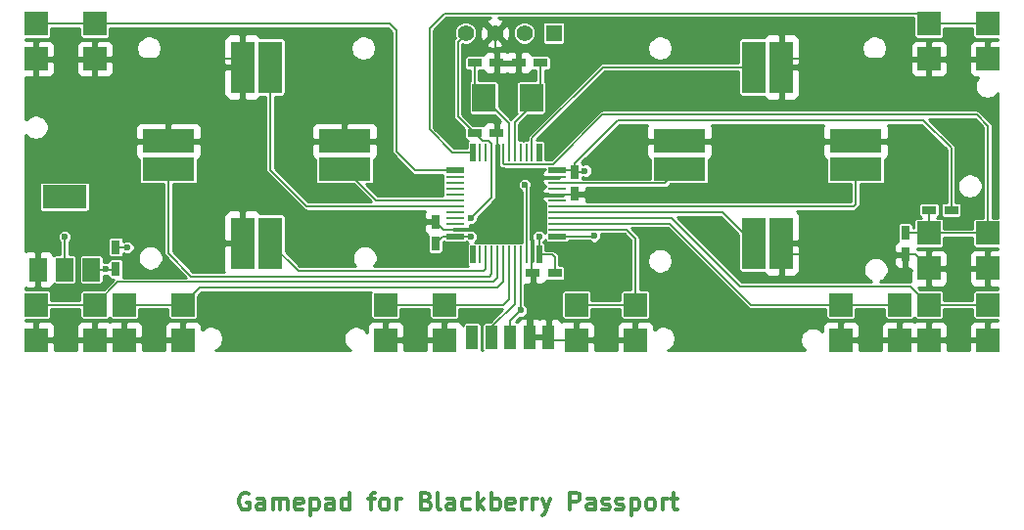
<source format=gtl>
G04 (created by PCBNEW (22-Jun-2014 BZR 4027)-stable) date Thu 28 Jun 2018 06:15:12 PM CST*
%MOIN*%
G04 Gerber Fmt 3.4, Leading zero omitted, Abs format*
%FSLAX34Y34*%
G01*
G70*
G90*
G04 APERTURE LIST*
%ADD10C,0.00393701*%
%ADD11C,0.011811*%
%ADD12R,0.149606X0.0787402*%
%ADD13R,0.0590551X0.0787402*%
%ADD14R,0.0472441X0.0295276*%
%ADD15R,0.0787402X0.177165*%
%ADD16R,0.177165X0.0787402*%
%ADD17R,0.0787402X0.0944882*%
%ADD18R,0.0295276X0.0472441*%
%ADD19R,0.0787402X0.0787402*%
%ADD20R,0.0393701X0.0787402*%
%ADD21R,0.055X0.055*%
%ADD22C,0.055*%
%ADD23R,0.0110236X0.0590551*%
%ADD24R,0.019685X0.0590551*%
%ADD25R,0.0590551X0.019685*%
%ADD26R,0.0590551X0.0110236*%
%ADD27C,0.023622*%
%ADD28C,0.00708661*%
%ADD29C,0.01*%
G04 APERTURE END LIST*
G54D10*
G54D11*
X122099Y-108926D02*
X122043Y-108898D01*
X121958Y-108898D01*
X121874Y-108926D01*
X121818Y-108982D01*
X121789Y-109039D01*
X121761Y-109151D01*
X121761Y-109235D01*
X121789Y-109348D01*
X121818Y-109404D01*
X121874Y-109460D01*
X121958Y-109489D01*
X122014Y-109489D01*
X122099Y-109460D01*
X122127Y-109432D01*
X122127Y-109235D01*
X122014Y-109235D01*
X122633Y-109489D02*
X122633Y-109179D01*
X122605Y-109123D01*
X122549Y-109095D01*
X122436Y-109095D01*
X122380Y-109123D01*
X122633Y-109460D02*
X122577Y-109489D01*
X122436Y-109489D01*
X122380Y-109460D01*
X122352Y-109404D01*
X122352Y-109348D01*
X122380Y-109292D01*
X122436Y-109264D01*
X122577Y-109264D01*
X122633Y-109235D01*
X122914Y-109489D02*
X122914Y-109095D01*
X122914Y-109151D02*
X122942Y-109123D01*
X122999Y-109095D01*
X123083Y-109095D01*
X123139Y-109123D01*
X123167Y-109179D01*
X123167Y-109489D01*
X123167Y-109179D02*
X123196Y-109123D01*
X123252Y-109095D01*
X123336Y-109095D01*
X123392Y-109123D01*
X123421Y-109179D01*
X123421Y-109489D01*
X123927Y-109460D02*
X123870Y-109489D01*
X123758Y-109489D01*
X123702Y-109460D01*
X123674Y-109404D01*
X123674Y-109179D01*
X123702Y-109123D01*
X123758Y-109095D01*
X123870Y-109095D01*
X123927Y-109123D01*
X123955Y-109179D01*
X123955Y-109235D01*
X123674Y-109292D01*
X124208Y-109095D02*
X124208Y-109685D01*
X124208Y-109123D02*
X124264Y-109095D01*
X124377Y-109095D01*
X124433Y-109123D01*
X124461Y-109151D01*
X124489Y-109207D01*
X124489Y-109376D01*
X124461Y-109432D01*
X124433Y-109460D01*
X124377Y-109489D01*
X124264Y-109489D01*
X124208Y-109460D01*
X124995Y-109489D02*
X124995Y-109179D01*
X124967Y-109123D01*
X124911Y-109095D01*
X124798Y-109095D01*
X124742Y-109123D01*
X124995Y-109460D02*
X124939Y-109489D01*
X124798Y-109489D01*
X124742Y-109460D01*
X124714Y-109404D01*
X124714Y-109348D01*
X124742Y-109292D01*
X124798Y-109264D01*
X124939Y-109264D01*
X124995Y-109235D01*
X125530Y-109489D02*
X125530Y-108898D01*
X125530Y-109460D02*
X125473Y-109489D01*
X125361Y-109489D01*
X125305Y-109460D01*
X125277Y-109432D01*
X125248Y-109376D01*
X125248Y-109207D01*
X125277Y-109151D01*
X125305Y-109123D01*
X125361Y-109095D01*
X125473Y-109095D01*
X125530Y-109123D01*
X126176Y-109095D02*
X126401Y-109095D01*
X126261Y-109489D02*
X126261Y-108982D01*
X126289Y-108926D01*
X126345Y-108898D01*
X126401Y-108898D01*
X126683Y-109489D02*
X126626Y-109460D01*
X126598Y-109432D01*
X126570Y-109376D01*
X126570Y-109207D01*
X126598Y-109151D01*
X126626Y-109123D01*
X126683Y-109095D01*
X126767Y-109095D01*
X126823Y-109123D01*
X126851Y-109151D01*
X126879Y-109207D01*
X126879Y-109376D01*
X126851Y-109432D01*
X126823Y-109460D01*
X126767Y-109489D01*
X126683Y-109489D01*
X127133Y-109489D02*
X127133Y-109095D01*
X127133Y-109207D02*
X127161Y-109151D01*
X127189Y-109123D01*
X127245Y-109095D01*
X127301Y-109095D01*
X128145Y-109179D02*
X128229Y-109207D01*
X128257Y-109235D01*
X128286Y-109292D01*
X128286Y-109376D01*
X128257Y-109432D01*
X128229Y-109460D01*
X128173Y-109489D01*
X127948Y-109489D01*
X127948Y-108898D01*
X128145Y-108898D01*
X128201Y-108926D01*
X128229Y-108954D01*
X128257Y-109010D01*
X128257Y-109067D01*
X128229Y-109123D01*
X128201Y-109151D01*
X128145Y-109179D01*
X127948Y-109179D01*
X128623Y-109489D02*
X128567Y-109460D01*
X128539Y-109404D01*
X128539Y-108898D01*
X129101Y-109489D02*
X129101Y-109179D01*
X129073Y-109123D01*
X129017Y-109095D01*
X128904Y-109095D01*
X128848Y-109123D01*
X129101Y-109460D02*
X129045Y-109489D01*
X128904Y-109489D01*
X128848Y-109460D01*
X128820Y-109404D01*
X128820Y-109348D01*
X128848Y-109292D01*
X128904Y-109264D01*
X129045Y-109264D01*
X129101Y-109235D01*
X129635Y-109460D02*
X129579Y-109489D01*
X129467Y-109489D01*
X129410Y-109460D01*
X129382Y-109432D01*
X129354Y-109376D01*
X129354Y-109207D01*
X129382Y-109151D01*
X129410Y-109123D01*
X129467Y-109095D01*
X129579Y-109095D01*
X129635Y-109123D01*
X129888Y-109489D02*
X129888Y-108898D01*
X129945Y-109264D02*
X130113Y-109489D01*
X130113Y-109095D02*
X129888Y-109320D01*
X130367Y-109489D02*
X130367Y-108898D01*
X130367Y-109123D02*
X130423Y-109095D01*
X130535Y-109095D01*
X130592Y-109123D01*
X130620Y-109151D01*
X130648Y-109207D01*
X130648Y-109376D01*
X130620Y-109432D01*
X130592Y-109460D01*
X130535Y-109489D01*
X130423Y-109489D01*
X130367Y-109460D01*
X131126Y-109460D02*
X131070Y-109489D01*
X130957Y-109489D01*
X130901Y-109460D01*
X130873Y-109404D01*
X130873Y-109179D01*
X130901Y-109123D01*
X130957Y-109095D01*
X131070Y-109095D01*
X131126Y-109123D01*
X131154Y-109179D01*
X131154Y-109235D01*
X130873Y-109292D01*
X131407Y-109489D02*
X131407Y-109095D01*
X131407Y-109207D02*
X131435Y-109151D01*
X131463Y-109123D01*
X131520Y-109095D01*
X131576Y-109095D01*
X131773Y-109489D02*
X131773Y-109095D01*
X131773Y-109207D02*
X131801Y-109151D01*
X131829Y-109123D01*
X131885Y-109095D01*
X131941Y-109095D01*
X132082Y-109095D02*
X132223Y-109489D01*
X132363Y-109095D02*
X132223Y-109489D01*
X132166Y-109629D01*
X132138Y-109657D01*
X132082Y-109685D01*
X133038Y-109489D02*
X133038Y-108898D01*
X133263Y-108898D01*
X133319Y-108926D01*
X133347Y-108954D01*
X133376Y-109010D01*
X133376Y-109095D01*
X133347Y-109151D01*
X133319Y-109179D01*
X133263Y-109207D01*
X133038Y-109207D01*
X133882Y-109489D02*
X133882Y-109179D01*
X133854Y-109123D01*
X133797Y-109095D01*
X133685Y-109095D01*
X133629Y-109123D01*
X133882Y-109460D02*
X133825Y-109489D01*
X133685Y-109489D01*
X133629Y-109460D01*
X133601Y-109404D01*
X133601Y-109348D01*
X133629Y-109292D01*
X133685Y-109264D01*
X133825Y-109264D01*
X133882Y-109235D01*
X134135Y-109460D02*
X134191Y-109489D01*
X134304Y-109489D01*
X134360Y-109460D01*
X134388Y-109404D01*
X134388Y-109376D01*
X134360Y-109320D01*
X134304Y-109292D01*
X134219Y-109292D01*
X134163Y-109264D01*
X134135Y-109207D01*
X134135Y-109179D01*
X134163Y-109123D01*
X134219Y-109095D01*
X134304Y-109095D01*
X134360Y-109123D01*
X134613Y-109460D02*
X134669Y-109489D01*
X134782Y-109489D01*
X134838Y-109460D01*
X134866Y-109404D01*
X134866Y-109376D01*
X134838Y-109320D01*
X134782Y-109292D01*
X134697Y-109292D01*
X134641Y-109264D01*
X134613Y-109207D01*
X134613Y-109179D01*
X134641Y-109123D01*
X134697Y-109095D01*
X134782Y-109095D01*
X134838Y-109123D01*
X135119Y-109095D02*
X135119Y-109685D01*
X135119Y-109123D02*
X135175Y-109095D01*
X135288Y-109095D01*
X135344Y-109123D01*
X135372Y-109151D01*
X135400Y-109207D01*
X135400Y-109376D01*
X135372Y-109432D01*
X135344Y-109460D01*
X135288Y-109489D01*
X135175Y-109489D01*
X135119Y-109460D01*
X135738Y-109489D02*
X135682Y-109460D01*
X135653Y-109432D01*
X135625Y-109376D01*
X135625Y-109207D01*
X135653Y-109151D01*
X135682Y-109123D01*
X135738Y-109095D01*
X135822Y-109095D01*
X135878Y-109123D01*
X135906Y-109151D01*
X135935Y-109207D01*
X135935Y-109376D01*
X135906Y-109432D01*
X135878Y-109460D01*
X135822Y-109489D01*
X135738Y-109489D01*
X136188Y-109489D02*
X136188Y-109095D01*
X136188Y-109207D02*
X136216Y-109151D01*
X136244Y-109123D01*
X136300Y-109095D01*
X136356Y-109095D01*
X136469Y-109095D02*
X136694Y-109095D01*
X136553Y-108898D02*
X136553Y-109404D01*
X136581Y-109460D01*
X136638Y-109489D01*
X136694Y-109489D01*
G54D12*
X115830Y-98813D03*
G54D13*
X115830Y-101294D03*
X116735Y-101294D03*
X114924Y-101294D03*
G54D14*
X146014Y-99274D03*
X145265Y-99274D03*
G54D15*
X121887Y-94394D03*
X122832Y-94394D03*
X140232Y-94394D03*
X139287Y-94394D03*
X140232Y-100394D03*
X139287Y-100394D03*
X121887Y-100394D03*
X122832Y-100394D03*
G54D16*
X142760Y-96921D03*
X142760Y-97866D03*
X125360Y-96921D03*
X125360Y-97866D03*
X119360Y-96921D03*
X119360Y-97866D03*
X136760Y-96921D03*
X136760Y-97866D03*
G54D17*
X130102Y-95444D03*
X131717Y-95444D03*
G54D14*
X132034Y-94244D03*
X131285Y-94244D03*
X129785Y-94244D03*
X130534Y-94244D03*
G54D18*
X144460Y-100039D03*
X144460Y-100788D03*
X128460Y-100418D03*
X128460Y-99669D03*
G54D14*
X129787Y-96636D03*
X130536Y-96636D03*
X132516Y-101414D03*
X131767Y-101414D03*
G54D18*
X133210Y-97971D03*
X133210Y-98720D03*
G54D19*
X145260Y-101254D03*
X145260Y-100054D03*
X147260Y-100054D03*
X147260Y-101254D03*
X114860Y-94114D03*
X114860Y-92914D03*
X116860Y-92914D03*
X116860Y-94114D03*
X145260Y-94114D03*
X145260Y-92914D03*
X147260Y-92914D03*
X147260Y-94114D03*
X126760Y-103694D03*
X126760Y-102494D03*
X128760Y-102494D03*
X128760Y-103694D03*
X133260Y-103694D03*
X133260Y-102494D03*
X135260Y-102494D03*
X135260Y-103694D03*
X145260Y-103694D03*
X145260Y-102494D03*
X147260Y-102494D03*
X147260Y-103694D03*
X142260Y-103694D03*
X142260Y-102494D03*
X144260Y-102494D03*
X144260Y-103694D03*
X114860Y-103694D03*
X114860Y-102494D03*
X116860Y-102494D03*
X116860Y-103694D03*
X117860Y-103694D03*
X117860Y-102494D03*
X119860Y-102494D03*
X119860Y-103694D03*
G54D20*
X129710Y-103594D03*
X130360Y-103594D03*
X131010Y-103594D03*
X131660Y-103594D03*
X132310Y-103594D03*
G54D21*
X132480Y-93234D03*
G54D22*
X131480Y-93234D03*
X130480Y-93234D03*
X129480Y-93234D03*
G54D23*
X131352Y-97301D03*
X131155Y-97301D03*
X130958Y-97301D03*
X130761Y-97301D03*
X130564Y-97301D03*
G54D24*
X131982Y-97301D03*
G54D23*
X131745Y-97301D03*
X131548Y-97301D03*
G54D25*
X129117Y-97921D03*
G54D26*
X129117Y-98158D03*
X129117Y-98355D03*
X129117Y-98551D03*
X129117Y-98748D03*
X129117Y-98945D03*
X129117Y-99142D03*
X129117Y-99339D03*
G54D24*
X129737Y-100786D03*
G54D23*
X129974Y-100786D03*
X130171Y-100786D03*
X130367Y-100786D03*
X130564Y-100786D03*
X130761Y-100786D03*
X130958Y-100786D03*
X131155Y-100786D03*
G54D25*
X132602Y-100166D03*
G54D26*
X132602Y-99929D03*
X132602Y-99732D03*
X132602Y-99536D03*
X132602Y-99339D03*
X132602Y-99142D03*
X132602Y-98945D03*
X132602Y-98748D03*
G54D23*
X130367Y-97301D03*
X130171Y-97301D03*
X129974Y-97301D03*
G54D24*
X129737Y-97301D03*
G54D26*
X129117Y-99536D03*
X129117Y-99732D03*
X129117Y-99929D03*
G54D25*
X129117Y-100166D03*
G54D23*
X131352Y-100786D03*
X131548Y-100786D03*
X131745Y-100786D03*
G54D24*
X131982Y-100786D03*
G54D26*
X132602Y-98551D03*
X132602Y-98355D03*
X132602Y-98158D03*
G54D25*
X132602Y-97921D03*
G54D18*
X117570Y-101278D03*
X117570Y-100529D03*
G54D27*
X133546Y-97926D03*
X129652Y-99546D03*
X115834Y-100174D03*
X129652Y-100176D03*
X131980Y-100168D03*
X129710Y-103594D03*
X117234Y-101282D03*
X115862Y-103694D03*
X114932Y-100576D03*
X127742Y-103694D03*
X134280Y-103690D03*
X146272Y-103694D03*
X146290Y-101248D03*
X144034Y-96926D03*
X144026Y-100788D03*
X144030Y-94110D03*
X121876Y-96204D03*
X125364Y-96212D03*
X130516Y-96210D03*
X133860Y-100156D03*
X131488Y-98408D03*
X131352Y-102689D03*
X117976Y-100534D03*
G54D28*
X133210Y-97971D02*
X133210Y-97662D01*
X146014Y-97158D02*
X146014Y-99274D01*
X145078Y-96222D02*
X146014Y-97158D01*
X134650Y-96222D02*
X145078Y-96222D01*
X133210Y-97662D02*
X134650Y-96222D01*
X133500Y-97971D02*
X133210Y-97971D01*
X133546Y-97926D02*
X133500Y-97971D01*
X130367Y-97301D02*
X130367Y-98830D01*
X130367Y-98830D02*
X129652Y-99546D01*
X115830Y-100178D02*
X115830Y-101294D01*
X115834Y-100174D02*
X115830Y-100178D01*
X129117Y-100166D02*
X129642Y-100166D01*
X129642Y-100166D02*
X129652Y-100176D01*
X131982Y-100170D02*
X131982Y-100786D01*
X131980Y-100168D02*
X131982Y-100170D01*
X129480Y-93234D02*
X129480Y-93274D01*
X129220Y-96068D02*
X129787Y-96636D01*
X129220Y-93534D02*
X129220Y-96068D01*
X129480Y-93274D02*
X129220Y-93534D01*
X130367Y-97301D02*
X130367Y-96995D01*
X130367Y-96995D02*
X130268Y-96896D01*
X130268Y-96896D02*
X130047Y-96896D01*
X130047Y-96896D02*
X129787Y-96636D01*
X129117Y-100166D02*
X128711Y-100166D01*
X128711Y-100166D02*
X128460Y-100418D01*
X132602Y-97921D02*
X133159Y-97921D01*
X133159Y-97921D02*
X133210Y-97971D01*
X131982Y-100786D02*
X132434Y-100786D01*
X132434Y-100786D02*
X132516Y-100868D01*
X132516Y-100868D02*
X132516Y-101414D01*
X117234Y-101282D02*
X117234Y-101294D01*
X117234Y-101294D02*
X117234Y-101282D01*
X117234Y-101282D02*
X117234Y-101294D01*
X116735Y-101294D02*
X117234Y-101294D01*
X117234Y-101294D02*
X117553Y-101294D01*
X117553Y-101294D02*
X117570Y-101278D01*
X141484Y-99142D02*
X142693Y-99142D01*
X132602Y-99142D02*
X141484Y-99142D01*
X142760Y-99076D02*
X142760Y-97866D01*
X142693Y-99142D02*
X142760Y-99076D01*
X132602Y-99339D02*
X138232Y-99339D01*
X138232Y-99339D02*
X139287Y-100394D01*
X132602Y-99536D02*
X136512Y-99536D01*
X144630Y-101864D02*
X145260Y-102494D01*
X138840Y-101864D02*
X144630Y-101864D01*
X136512Y-99536D02*
X138840Y-101864D01*
X145260Y-102494D02*
X147260Y-102494D01*
X132602Y-99732D02*
X136432Y-99732D01*
X139194Y-102494D02*
X142260Y-102494D01*
X136432Y-99732D02*
X139194Y-102494D01*
X142260Y-102494D02*
X144260Y-102494D01*
X130564Y-100786D02*
X130564Y-101585D01*
X117634Y-101720D02*
X116860Y-102494D01*
X130430Y-101720D02*
X117634Y-101720D01*
X130564Y-101585D02*
X130430Y-101720D01*
X114860Y-102494D02*
X116860Y-102494D01*
X130761Y-100786D02*
X130761Y-101714D01*
X120440Y-101914D02*
X119860Y-102494D01*
X130562Y-101914D02*
X120440Y-101914D01*
X130761Y-101714D02*
X130562Y-101914D01*
X117860Y-102494D02*
X119860Y-102494D01*
X130171Y-100786D02*
X130171Y-101268D01*
X123780Y-101342D02*
X122832Y-100394D01*
X130098Y-101342D02*
X123780Y-101342D01*
X130171Y-101268D02*
X130098Y-101342D01*
X114932Y-100576D02*
X114924Y-100576D01*
X114924Y-100576D02*
X114932Y-100576D01*
X114932Y-100576D02*
X114924Y-100576D01*
X134280Y-103690D02*
X134280Y-103694D01*
X134280Y-103694D02*
X134280Y-103690D01*
X134280Y-103690D02*
X134280Y-103694D01*
X133210Y-98720D02*
X139613Y-98720D01*
X139760Y-98574D02*
X139760Y-96921D01*
X139613Y-98720D02*
X139760Y-98574D01*
X146290Y-101248D02*
X146290Y-101254D01*
X146290Y-101254D02*
X146290Y-101248D01*
X146290Y-101248D02*
X146290Y-101254D01*
X142760Y-96921D02*
X144029Y-96921D01*
X144029Y-96921D02*
X144034Y-96926D01*
X144030Y-94110D02*
X144030Y-94114D01*
X144030Y-94114D02*
X144030Y-94110D01*
X144030Y-94110D02*
X144030Y-94114D01*
X132602Y-98748D02*
X133181Y-98748D01*
X133181Y-98748D02*
X133210Y-98720D01*
X121876Y-96204D02*
X121887Y-96204D01*
X121887Y-96204D02*
X121876Y-96204D01*
X121876Y-96204D02*
X121887Y-96204D01*
X125364Y-96212D02*
X125360Y-96212D01*
X125360Y-96212D02*
X125364Y-96212D01*
X125364Y-96212D02*
X125360Y-96212D01*
X130536Y-96636D02*
X130536Y-96230D01*
X130536Y-96230D02*
X130516Y-96210D01*
X125360Y-96921D02*
X125360Y-96212D01*
X114924Y-101294D02*
X114924Y-100576D01*
X114924Y-100576D02*
X114924Y-97319D01*
X115322Y-96921D02*
X119360Y-96921D01*
X114924Y-97319D02*
X115322Y-96921D01*
X144460Y-100788D02*
X144794Y-100788D01*
X144794Y-100788D02*
X145260Y-101254D01*
X130564Y-98148D02*
X132591Y-98148D01*
X132591Y-98148D02*
X132602Y-98158D01*
X129117Y-99929D02*
X130366Y-99929D01*
X130564Y-99731D02*
X130564Y-98148D01*
X130564Y-98148D02*
X130564Y-97301D01*
X130366Y-99929D02*
X130564Y-99731D01*
X131740Y-98742D02*
X132595Y-98742D01*
X132595Y-98742D02*
X132602Y-98748D01*
X131740Y-98158D02*
X131740Y-98742D01*
X132602Y-98158D02*
X131740Y-98158D01*
X131740Y-98742D02*
X131740Y-99938D01*
X131740Y-99938D02*
X131740Y-100780D01*
X131740Y-100780D02*
X131745Y-100786D01*
X136760Y-96921D02*
X139760Y-96921D01*
X139760Y-96921D02*
X142760Y-96921D01*
X145260Y-94114D02*
X144030Y-94114D01*
X144030Y-94114D02*
X142764Y-94114D01*
X142764Y-94114D02*
X140512Y-94114D01*
X140512Y-94114D02*
X140232Y-94394D01*
X121887Y-100394D02*
X121887Y-96204D01*
X121887Y-96204D02*
X121887Y-94394D01*
X119310Y-94114D02*
X119310Y-96871D01*
X119310Y-96871D02*
X119360Y-96921D01*
X116860Y-94114D02*
X119310Y-94114D01*
X119310Y-94114D02*
X121607Y-94114D01*
X121607Y-94114D02*
X121887Y-94394D01*
X131767Y-101414D02*
X131767Y-103486D01*
X131767Y-103486D02*
X131660Y-103594D01*
X144460Y-100788D02*
X144026Y-100788D01*
X144026Y-100788D02*
X140626Y-100788D01*
X140626Y-100788D02*
X140232Y-100394D01*
X130564Y-97301D02*
X130564Y-96664D01*
X130564Y-96664D02*
X130536Y-96636D01*
X129117Y-99929D02*
X128719Y-99929D01*
X128719Y-99929D02*
X128460Y-99669D01*
X131285Y-94244D02*
X130534Y-94244D01*
X130534Y-94244D02*
X130480Y-94189D01*
X130480Y-94189D02*
X130480Y-93234D01*
X133181Y-98748D02*
X133210Y-98720D01*
X131745Y-100786D02*
X131745Y-101391D01*
X131745Y-101391D02*
X131767Y-101414D01*
X131660Y-103594D02*
X132310Y-103594D01*
X132310Y-103594D02*
X132410Y-103694D01*
X132410Y-103694D02*
X133260Y-103694D01*
X114860Y-103694D02*
X115862Y-103694D01*
X115862Y-103694D02*
X116860Y-103694D01*
X116860Y-103694D02*
X117860Y-103694D01*
X117860Y-103694D02*
X119860Y-103694D01*
X114860Y-94114D02*
X116860Y-94114D01*
X145260Y-94114D02*
X147260Y-94114D01*
X145260Y-101254D02*
X146290Y-101254D01*
X146290Y-101254D02*
X147260Y-101254D01*
X142260Y-103694D02*
X144260Y-103694D01*
X144260Y-103694D02*
X145260Y-103694D01*
X145260Y-103694D02*
X146272Y-103694D01*
X146272Y-103694D02*
X147260Y-103694D01*
X126760Y-103694D02*
X127742Y-103694D01*
X127742Y-103694D02*
X128760Y-103694D01*
X133260Y-103694D02*
X134280Y-103694D01*
X134280Y-103694D02*
X135260Y-103694D01*
X129117Y-97921D02*
X127769Y-97921D01*
X126884Y-92914D02*
X116860Y-92914D01*
X127126Y-93156D02*
X126884Y-92914D01*
X127126Y-97278D02*
X127126Y-93156D01*
X127769Y-97921D02*
X127126Y-97278D01*
X114860Y-92914D02*
X116860Y-92914D01*
X130367Y-100786D02*
X130367Y-101446D01*
X119360Y-100744D02*
X119360Y-97866D01*
X120144Y-101528D02*
X119360Y-100744D01*
X130286Y-101528D02*
X120144Y-101528D01*
X130367Y-101446D02*
X130286Y-101528D01*
X129737Y-97301D02*
X129027Y-97301D01*
X144910Y-92564D02*
X145260Y-92914D01*
X128760Y-92564D02*
X144910Y-92564D01*
X128250Y-93074D02*
X128760Y-92564D01*
X128250Y-96524D02*
X128250Y-93074D01*
X129027Y-97301D02*
X128250Y-96524D01*
X145260Y-92914D02*
X147260Y-92914D01*
X129117Y-98945D02*
X126439Y-98945D01*
X126439Y-98945D02*
X125360Y-97866D01*
X144600Y-96014D02*
X146882Y-96014D01*
X134146Y-96014D02*
X144600Y-96014D01*
X132450Y-97710D02*
X134146Y-96014D01*
X130812Y-97710D02*
X132450Y-97710D01*
X130761Y-97659D02*
X130812Y-97710D01*
X130761Y-97301D02*
X130761Y-97659D01*
X147260Y-96392D02*
X147260Y-100054D01*
X146882Y-96014D02*
X147260Y-96392D01*
X145265Y-99274D02*
X145265Y-100048D01*
X145265Y-100048D02*
X145260Y-100054D01*
X144460Y-100039D02*
X145245Y-100039D01*
X145245Y-100039D02*
X145260Y-100054D01*
X145260Y-100054D02*
X147260Y-100054D01*
X128760Y-102494D02*
X130774Y-102494D01*
X130958Y-102309D02*
X130958Y-100786D01*
X130774Y-102494D02*
X130958Y-102309D01*
X126760Y-102494D02*
X128760Y-102494D01*
X132602Y-99929D02*
X134955Y-99929D01*
X135260Y-100234D02*
X135260Y-102494D01*
X134955Y-99929D02*
X135260Y-100234D01*
X133260Y-102494D02*
X135260Y-102494D01*
X132602Y-100166D02*
X133849Y-100166D01*
X133849Y-100166D02*
X133860Y-100156D01*
X131548Y-100786D02*
X131548Y-98468D01*
X131548Y-98468D02*
X131488Y-98408D01*
X129117Y-99142D02*
X124078Y-99142D01*
X122832Y-97896D02*
X122832Y-94394D01*
X124078Y-99142D02*
X122832Y-97896D01*
X130360Y-103594D02*
X130360Y-103258D01*
X131155Y-102462D02*
X131155Y-100786D01*
X130360Y-103258D02*
X131155Y-102462D01*
X117570Y-100529D02*
X117971Y-100529D01*
X117976Y-100534D02*
X117971Y-100529D01*
X131010Y-103594D02*
X131010Y-103032D01*
X131352Y-102689D02*
X131352Y-100786D01*
X131010Y-103032D02*
X131352Y-102689D01*
X131745Y-97301D02*
X131745Y-96816D01*
X134168Y-94394D02*
X139287Y-94394D01*
X131745Y-96816D02*
X134168Y-94394D01*
X131717Y-95444D02*
X131717Y-95703D01*
X131155Y-96264D02*
X131155Y-97301D01*
X131717Y-95703D02*
X131155Y-96264D01*
X132034Y-94244D02*
X132034Y-95127D01*
X132034Y-95127D02*
X131717Y-95444D01*
X130958Y-97301D02*
X130958Y-96299D01*
X130958Y-96299D02*
X130102Y-95444D01*
X129785Y-94244D02*
X129785Y-95127D01*
X129785Y-95127D02*
X130102Y-95444D01*
X132602Y-98355D02*
X136271Y-98355D01*
X136271Y-98355D02*
X136760Y-97866D01*
G54D10*
G36*
X129575Y-101185D02*
X126372Y-101185D01*
X126374Y-101183D01*
X126436Y-101091D01*
X126458Y-101037D01*
X126458Y-101037D01*
X126480Y-100929D01*
X126480Y-100929D01*
X126480Y-100929D01*
X126480Y-100929D01*
X126480Y-100900D01*
X126480Y-100870D01*
X126480Y-100870D01*
X126480Y-100870D01*
X126480Y-100870D01*
X126458Y-100762D01*
X126458Y-100762D01*
X126436Y-100708D01*
X126374Y-100616D01*
X126333Y-100574D01*
X126332Y-100574D01*
X126242Y-100513D01*
X126241Y-100513D01*
X126187Y-100491D01*
X126079Y-100469D01*
X126020Y-100469D01*
X126020Y-100469D01*
X125912Y-100491D01*
X125912Y-100491D01*
X125858Y-100513D01*
X125766Y-100575D01*
X125724Y-100616D01*
X125724Y-100617D01*
X125663Y-100707D01*
X125663Y-100708D01*
X125641Y-100762D01*
X125619Y-100870D01*
X125619Y-100900D01*
X125619Y-100929D01*
X125641Y-101037D01*
X125663Y-101091D01*
X125663Y-101092D01*
X125724Y-101182D01*
X125724Y-101183D01*
X125727Y-101185D01*
X123845Y-101185D01*
X123347Y-100687D01*
X123347Y-99484D01*
X123328Y-99439D01*
X123294Y-99405D01*
X123250Y-99387D01*
X123202Y-99387D01*
X122501Y-99387D01*
X122493Y-99366D01*
X122422Y-99296D01*
X122330Y-99258D01*
X122000Y-99258D01*
X121937Y-99320D01*
X121937Y-100344D01*
X121945Y-100344D01*
X121945Y-100444D01*
X121937Y-100444D01*
X121937Y-100451D01*
X121837Y-100451D01*
X121837Y-100444D01*
X121837Y-100344D01*
X121837Y-99320D01*
X121837Y-95467D01*
X121837Y-94444D01*
X121837Y-94344D01*
X121837Y-93320D01*
X121775Y-93258D01*
X121444Y-93258D01*
X121352Y-93296D01*
X121282Y-93366D01*
X121243Y-93458D01*
X121243Y-93557D01*
X121243Y-94281D01*
X121306Y-94344D01*
X121837Y-94344D01*
X121837Y-94444D01*
X121306Y-94444D01*
X121243Y-94506D01*
X121243Y-95230D01*
X121243Y-95329D01*
X121282Y-95421D01*
X121352Y-95491D01*
X121444Y-95529D01*
X121775Y-95529D01*
X121837Y-95467D01*
X121837Y-99320D01*
X121775Y-99258D01*
X121444Y-99258D01*
X121352Y-99296D01*
X121282Y-99366D01*
X121243Y-99458D01*
X121243Y-99557D01*
X121243Y-100281D01*
X121306Y-100344D01*
X121837Y-100344D01*
X121837Y-100444D01*
X121306Y-100444D01*
X121243Y-100506D01*
X121243Y-101230D01*
X121243Y-101329D01*
X121261Y-101371D01*
X120208Y-101371D01*
X119516Y-100679D01*
X119516Y-98381D01*
X120269Y-98381D01*
X120314Y-98362D01*
X120348Y-98328D01*
X120366Y-98284D01*
X120366Y-98236D01*
X120366Y-97535D01*
X120387Y-97527D01*
X120457Y-97457D01*
X120495Y-97365D01*
X120495Y-97265D01*
X120495Y-96577D01*
X120495Y-96477D01*
X120457Y-96386D01*
X120387Y-96315D01*
X120295Y-96277D01*
X119472Y-96277D01*
X119410Y-96340D01*
X119410Y-96871D01*
X120433Y-96871D01*
X120495Y-96809D01*
X120495Y-96577D01*
X120495Y-97265D01*
X120495Y-97034D01*
X120433Y-96971D01*
X119410Y-96971D01*
X119410Y-96979D01*
X119310Y-96979D01*
X119310Y-96971D01*
X119310Y-96871D01*
X119310Y-96340D01*
X119247Y-96277D01*
X119130Y-96277D01*
X119130Y-93779D01*
X119130Y-93750D01*
X119130Y-93720D01*
X119130Y-93720D01*
X119130Y-93720D01*
X119130Y-93720D01*
X119108Y-93612D01*
X119108Y-93612D01*
X119086Y-93558D01*
X119024Y-93466D01*
X118983Y-93424D01*
X118982Y-93424D01*
X118892Y-93363D01*
X118891Y-93363D01*
X118837Y-93341D01*
X118729Y-93319D01*
X118670Y-93319D01*
X118670Y-93319D01*
X118562Y-93341D01*
X118562Y-93341D01*
X118508Y-93363D01*
X118416Y-93425D01*
X118374Y-93466D01*
X118374Y-93467D01*
X118313Y-93557D01*
X118313Y-93558D01*
X118291Y-93612D01*
X118269Y-93720D01*
X118269Y-93750D01*
X118269Y-93779D01*
X118291Y-93887D01*
X118313Y-93941D01*
X118313Y-93942D01*
X118374Y-94032D01*
X118374Y-94033D01*
X118416Y-94074D01*
X118508Y-94136D01*
X118562Y-94158D01*
X118562Y-94158D01*
X118670Y-94180D01*
X118670Y-94180D01*
X118729Y-94180D01*
X118837Y-94158D01*
X118891Y-94136D01*
X118892Y-94136D01*
X118982Y-94075D01*
X118983Y-94075D01*
X119024Y-94033D01*
X119086Y-93941D01*
X119108Y-93887D01*
X119108Y-93887D01*
X119130Y-93779D01*
X119130Y-93779D01*
X119130Y-93779D01*
X119130Y-93779D01*
X119130Y-96277D01*
X118424Y-96277D01*
X118332Y-96315D01*
X118262Y-96386D01*
X118224Y-96477D01*
X118224Y-96577D01*
X118224Y-96809D01*
X118286Y-96871D01*
X119310Y-96871D01*
X119310Y-96971D01*
X118286Y-96971D01*
X118224Y-97034D01*
X118224Y-97265D01*
X118224Y-97365D01*
X118262Y-97457D01*
X118332Y-97527D01*
X118353Y-97535D01*
X118353Y-98284D01*
X118371Y-98328D01*
X118405Y-98362D01*
X118450Y-98380D01*
X118498Y-98381D01*
X119203Y-98381D01*
X119203Y-100744D01*
X119215Y-100803D01*
X119249Y-100854D01*
X119958Y-101563D01*
X119180Y-101563D01*
X119180Y-100929D01*
X119180Y-100900D01*
X119180Y-100870D01*
X119180Y-100870D01*
X119180Y-100870D01*
X119180Y-100870D01*
X119158Y-100762D01*
X119158Y-100762D01*
X119136Y-100708D01*
X119074Y-100616D01*
X119033Y-100574D01*
X119032Y-100574D01*
X118942Y-100513D01*
X118941Y-100513D01*
X118887Y-100491D01*
X118779Y-100469D01*
X118720Y-100469D01*
X118720Y-100469D01*
X118612Y-100491D01*
X118612Y-100491D01*
X118558Y-100513D01*
X118466Y-100575D01*
X118424Y-100616D01*
X118424Y-100617D01*
X118363Y-100707D01*
X118363Y-100708D01*
X118341Y-100762D01*
X118319Y-100870D01*
X118319Y-100900D01*
X118319Y-100929D01*
X118341Y-101037D01*
X118363Y-101091D01*
X118363Y-101092D01*
X118424Y-101182D01*
X118424Y-101183D01*
X118466Y-101224D01*
X118558Y-101286D01*
X118612Y-101308D01*
X118612Y-101308D01*
X118720Y-101330D01*
X118720Y-101330D01*
X118779Y-101330D01*
X118887Y-101308D01*
X118941Y-101286D01*
X118942Y-101286D01*
X119032Y-101225D01*
X119033Y-101225D01*
X119074Y-101183D01*
X119136Y-101091D01*
X119158Y-101037D01*
X119158Y-101037D01*
X119180Y-100929D01*
X119180Y-100929D01*
X119180Y-100929D01*
X119180Y-100929D01*
X119180Y-101563D01*
X118215Y-101563D01*
X118215Y-100486D01*
X118178Y-100398D01*
X118111Y-100331D01*
X118023Y-100295D01*
X117928Y-100294D01*
X117840Y-100331D01*
X117838Y-100333D01*
X117838Y-100269D01*
X117820Y-100225D01*
X117786Y-100191D01*
X117741Y-100172D01*
X117693Y-100172D01*
X117503Y-100172D01*
X117503Y-94458D01*
X117503Y-93769D01*
X117503Y-93670D01*
X117465Y-93578D01*
X117395Y-93508D01*
X117303Y-93470D01*
X116972Y-93470D01*
X116910Y-93532D01*
X116910Y-94064D01*
X117441Y-94064D01*
X117503Y-94001D01*
X117503Y-93769D01*
X117503Y-94458D01*
X117503Y-94226D01*
X117441Y-94164D01*
X116910Y-94164D01*
X116910Y-94695D01*
X116972Y-94757D01*
X117303Y-94757D01*
X117395Y-94719D01*
X117465Y-94649D01*
X117503Y-94557D01*
X117503Y-94458D01*
X117503Y-100172D01*
X117398Y-100172D01*
X117353Y-100191D01*
X117319Y-100225D01*
X117301Y-100269D01*
X117301Y-100317D01*
X117301Y-100790D01*
X117319Y-100834D01*
X117353Y-100868D01*
X117398Y-100887D01*
X117446Y-100887D01*
X117741Y-100887D01*
X117786Y-100868D01*
X117820Y-100834D01*
X117838Y-100790D01*
X117838Y-100742D01*
X117838Y-100734D01*
X117840Y-100736D01*
X117928Y-100772D01*
X118023Y-100773D01*
X118111Y-100736D01*
X118178Y-100669D01*
X118214Y-100581D01*
X118215Y-100486D01*
X118215Y-101563D01*
X117827Y-101563D01*
X117838Y-101538D01*
X117838Y-101490D01*
X117838Y-101017D01*
X117820Y-100973D01*
X117786Y-100939D01*
X117741Y-100920D01*
X117693Y-100920D01*
X117398Y-100920D01*
X117353Y-100939D01*
X117319Y-100973D01*
X117301Y-101017D01*
X117301Y-101051D01*
X117281Y-101043D01*
X117186Y-101042D01*
X117151Y-101057D01*
X117151Y-100876D01*
X117133Y-100832D01*
X117099Y-100798D01*
X117054Y-100779D01*
X117006Y-100779D01*
X116810Y-100779D01*
X116810Y-94695D01*
X116810Y-94164D01*
X116810Y-94064D01*
X116810Y-93532D01*
X116747Y-93470D01*
X116416Y-93470D01*
X116324Y-93508D01*
X116254Y-93578D01*
X116216Y-93670D01*
X116216Y-93769D01*
X116216Y-94001D01*
X116278Y-94064D01*
X116810Y-94064D01*
X116810Y-94164D01*
X116278Y-94164D01*
X116216Y-94226D01*
X116216Y-94458D01*
X116216Y-94557D01*
X116254Y-94649D01*
X116324Y-94719D01*
X116416Y-94757D01*
X116747Y-94757D01*
X116810Y-94695D01*
X116810Y-100779D01*
X116698Y-100779D01*
X116698Y-99183D01*
X116698Y-98396D01*
X116680Y-98351D01*
X116646Y-98317D01*
X116602Y-98299D01*
X116554Y-98299D01*
X115503Y-98299D01*
X115503Y-94458D01*
X115503Y-93769D01*
X115503Y-93670D01*
X115465Y-93578D01*
X115395Y-93508D01*
X115303Y-93470D01*
X114972Y-93470D01*
X114910Y-93532D01*
X114910Y-94064D01*
X115441Y-94064D01*
X115503Y-94001D01*
X115503Y-93769D01*
X115503Y-94458D01*
X115503Y-94226D01*
X115441Y-94164D01*
X114910Y-94164D01*
X114910Y-94695D01*
X114972Y-94757D01*
X115303Y-94757D01*
X115395Y-94719D01*
X115465Y-94649D01*
X115503Y-94557D01*
X115503Y-94458D01*
X115503Y-98299D01*
X115058Y-98299D01*
X115013Y-98317D01*
X114979Y-98351D01*
X114961Y-98395D01*
X114961Y-98444D01*
X114961Y-99231D01*
X114979Y-99275D01*
X115013Y-99309D01*
X115057Y-99328D01*
X115105Y-99328D01*
X116601Y-99328D01*
X116646Y-99310D01*
X116680Y-99276D01*
X116698Y-99231D01*
X116698Y-99183D01*
X116698Y-100779D01*
X116416Y-100779D01*
X116371Y-100797D01*
X116337Y-100831D01*
X116319Y-100876D01*
X116319Y-100924D01*
X116319Y-101711D01*
X116337Y-101756D01*
X116371Y-101790D01*
X116416Y-101808D01*
X116464Y-101808D01*
X117054Y-101808D01*
X117099Y-101790D01*
X117133Y-101756D01*
X117151Y-101712D01*
X117151Y-101663D01*
X117151Y-101506D01*
X117186Y-101520D01*
X117281Y-101521D01*
X117301Y-101512D01*
X117301Y-101538D01*
X117319Y-101582D01*
X117353Y-101616D01*
X117398Y-101635D01*
X117446Y-101635D01*
X117497Y-101635D01*
X117153Y-101979D01*
X116442Y-101979D01*
X116397Y-101997D01*
X116363Y-102031D01*
X116345Y-102076D01*
X116345Y-102124D01*
X116345Y-102337D01*
X116246Y-102337D01*
X116246Y-101663D01*
X116246Y-100876D01*
X116227Y-100832D01*
X116193Y-100798D01*
X116149Y-100779D01*
X116101Y-100779D01*
X115986Y-100779D01*
X115986Y-100359D01*
X116036Y-100309D01*
X116072Y-100221D01*
X116073Y-100126D01*
X116036Y-100038D01*
X115969Y-99971D01*
X115881Y-99935D01*
X115786Y-99934D01*
X115698Y-99971D01*
X115631Y-100038D01*
X115595Y-100126D01*
X115594Y-100221D01*
X115631Y-100309D01*
X115673Y-100351D01*
X115673Y-100779D01*
X115510Y-100779D01*
X115466Y-100797D01*
X115453Y-100810D01*
X115431Y-100759D01*
X115361Y-100688D01*
X115269Y-100650D01*
X115170Y-100650D01*
X115036Y-100650D01*
X114974Y-100712D01*
X114974Y-101244D01*
X114982Y-101244D01*
X114982Y-101344D01*
X114974Y-101344D01*
X114974Y-101875D01*
X115036Y-101937D01*
X115170Y-101937D01*
X115269Y-101937D01*
X115361Y-101899D01*
X115431Y-101829D01*
X115453Y-101777D01*
X115466Y-101790D01*
X115510Y-101808D01*
X115558Y-101808D01*
X116149Y-101808D01*
X116193Y-101790D01*
X116227Y-101756D01*
X116246Y-101712D01*
X116246Y-101663D01*
X116246Y-102337D01*
X115374Y-102337D01*
X115374Y-102076D01*
X115356Y-102031D01*
X115322Y-101997D01*
X115277Y-101979D01*
X115229Y-101979D01*
X114510Y-101979D01*
X114510Y-101909D01*
X114579Y-101937D01*
X114678Y-101937D01*
X114811Y-101937D01*
X114874Y-101875D01*
X114874Y-101344D01*
X114866Y-101344D01*
X114866Y-101244D01*
X114874Y-101244D01*
X114874Y-100712D01*
X114811Y-100650D01*
X114678Y-100650D01*
X114579Y-100650D01*
X114510Y-100679D01*
X114510Y-96711D01*
X114524Y-96732D01*
X114524Y-96733D01*
X114566Y-96774D01*
X114658Y-96836D01*
X114712Y-96858D01*
X114712Y-96858D01*
X114820Y-96880D01*
X114820Y-96880D01*
X114879Y-96880D01*
X114987Y-96858D01*
X115041Y-96836D01*
X115042Y-96836D01*
X115132Y-96775D01*
X115133Y-96775D01*
X115174Y-96733D01*
X115236Y-96641D01*
X115258Y-96587D01*
X115258Y-96587D01*
X115280Y-96479D01*
X115280Y-96479D01*
X115280Y-96479D01*
X115280Y-96479D01*
X115280Y-96450D01*
X115280Y-96420D01*
X115280Y-96420D01*
X115280Y-96420D01*
X115280Y-96420D01*
X115258Y-96312D01*
X115258Y-96312D01*
X115236Y-96258D01*
X115174Y-96166D01*
X115133Y-96124D01*
X115132Y-96124D01*
X115042Y-96063D01*
X115041Y-96063D01*
X114987Y-96041D01*
X114879Y-96019D01*
X114820Y-96019D01*
X114820Y-96019D01*
X114712Y-96041D01*
X114712Y-96041D01*
X114658Y-96063D01*
X114566Y-96125D01*
X114524Y-96166D01*
X114524Y-96167D01*
X114510Y-96188D01*
X114510Y-94757D01*
X114747Y-94757D01*
X114810Y-94695D01*
X114810Y-94164D01*
X114802Y-94164D01*
X114802Y-94064D01*
X114810Y-94064D01*
X114810Y-93532D01*
X114747Y-93470D01*
X114510Y-93470D01*
X114510Y-93428D01*
X115277Y-93428D01*
X115322Y-93410D01*
X115356Y-93376D01*
X115374Y-93331D01*
X115374Y-93283D01*
X115374Y-93070D01*
X116345Y-93070D01*
X116345Y-93331D01*
X116363Y-93376D01*
X116397Y-93410D01*
X116442Y-93428D01*
X116490Y-93428D01*
X117277Y-93428D01*
X117322Y-93410D01*
X117356Y-93376D01*
X117374Y-93331D01*
X117374Y-93283D01*
X117374Y-93070D01*
X126819Y-93070D01*
X126969Y-93220D01*
X126969Y-97278D01*
X126981Y-97337D01*
X127015Y-97388D01*
X127659Y-98032D01*
X127659Y-98032D01*
X127710Y-98066D01*
X127710Y-98066D01*
X127720Y-98068D01*
X127769Y-98078D01*
X128702Y-98078D01*
X128701Y-98078D01*
X128701Y-98126D01*
X128701Y-98237D01*
X128709Y-98256D01*
X128701Y-98275D01*
X128701Y-98323D01*
X128701Y-98434D01*
X128709Y-98453D01*
X128701Y-98472D01*
X128701Y-98520D01*
X128701Y-98630D01*
X128709Y-98650D01*
X128701Y-98669D01*
X128701Y-98717D01*
X128701Y-98789D01*
X126503Y-98789D01*
X126095Y-98381D01*
X126269Y-98381D01*
X126314Y-98362D01*
X126348Y-98328D01*
X126366Y-98284D01*
X126366Y-98236D01*
X126366Y-97535D01*
X126387Y-97527D01*
X126457Y-97457D01*
X126495Y-97365D01*
X126495Y-97265D01*
X126495Y-96577D01*
X126495Y-96477D01*
X126457Y-96386D01*
X126430Y-96358D01*
X126430Y-93779D01*
X126430Y-93750D01*
X126430Y-93720D01*
X126430Y-93720D01*
X126430Y-93720D01*
X126430Y-93720D01*
X126408Y-93612D01*
X126408Y-93612D01*
X126386Y-93558D01*
X126324Y-93466D01*
X126283Y-93424D01*
X126282Y-93424D01*
X126192Y-93363D01*
X126191Y-93363D01*
X126137Y-93341D01*
X126029Y-93319D01*
X125970Y-93319D01*
X125970Y-93319D01*
X125862Y-93341D01*
X125862Y-93341D01*
X125808Y-93363D01*
X125716Y-93425D01*
X125674Y-93466D01*
X125674Y-93467D01*
X125613Y-93557D01*
X125613Y-93558D01*
X125591Y-93612D01*
X125569Y-93720D01*
X125569Y-93750D01*
X125569Y-93779D01*
X125591Y-93887D01*
X125613Y-93941D01*
X125613Y-93942D01*
X125674Y-94032D01*
X125674Y-94033D01*
X125716Y-94074D01*
X125808Y-94136D01*
X125862Y-94158D01*
X125862Y-94158D01*
X125970Y-94180D01*
X125970Y-94180D01*
X126029Y-94180D01*
X126137Y-94158D01*
X126191Y-94136D01*
X126192Y-94136D01*
X126282Y-94075D01*
X126283Y-94075D01*
X126324Y-94033D01*
X126386Y-93941D01*
X126408Y-93887D01*
X126408Y-93887D01*
X126430Y-93779D01*
X126430Y-93779D01*
X126430Y-93779D01*
X126430Y-93779D01*
X126430Y-96358D01*
X126387Y-96315D01*
X126295Y-96277D01*
X125472Y-96277D01*
X125410Y-96340D01*
X125410Y-96871D01*
X126433Y-96871D01*
X126495Y-96809D01*
X126495Y-96577D01*
X126495Y-97265D01*
X126495Y-97034D01*
X126433Y-96971D01*
X125410Y-96971D01*
X125410Y-96979D01*
X125310Y-96979D01*
X125310Y-96971D01*
X125310Y-96871D01*
X125310Y-96340D01*
X125247Y-96277D01*
X124424Y-96277D01*
X124332Y-96315D01*
X124262Y-96386D01*
X124224Y-96477D01*
X124224Y-96577D01*
X124224Y-96809D01*
X124286Y-96871D01*
X125310Y-96871D01*
X125310Y-96971D01*
X124286Y-96971D01*
X124224Y-97034D01*
X124224Y-97265D01*
X124224Y-97365D01*
X124262Y-97457D01*
X124332Y-97527D01*
X124353Y-97535D01*
X124353Y-98284D01*
X124371Y-98328D01*
X124405Y-98362D01*
X124450Y-98380D01*
X124498Y-98381D01*
X125653Y-98381D01*
X126258Y-98986D01*
X124143Y-98986D01*
X122988Y-97831D01*
X122988Y-95400D01*
X123250Y-95400D01*
X123294Y-95382D01*
X123328Y-95348D01*
X123346Y-95303D01*
X123347Y-95255D01*
X123347Y-93484D01*
X123328Y-93439D01*
X123294Y-93405D01*
X123250Y-93387D01*
X123202Y-93387D01*
X122501Y-93387D01*
X122493Y-93366D01*
X122422Y-93296D01*
X122330Y-93258D01*
X122000Y-93258D01*
X121937Y-93320D01*
X121937Y-94344D01*
X121945Y-94344D01*
X121945Y-94444D01*
X121937Y-94444D01*
X121937Y-95467D01*
X122000Y-95529D01*
X122330Y-95529D01*
X122422Y-95491D01*
X122493Y-95421D01*
X122501Y-95400D01*
X122676Y-95400D01*
X122676Y-97896D01*
X122688Y-97956D01*
X122721Y-98006D01*
X123967Y-99252D01*
X124018Y-99286D01*
X124078Y-99298D01*
X128097Y-99298D01*
X128062Y-99384D01*
X128062Y-99557D01*
X128124Y-99619D01*
X128410Y-99619D01*
X128410Y-99612D01*
X128510Y-99612D01*
X128510Y-99619D01*
X128517Y-99619D01*
X128517Y-99719D01*
X128510Y-99719D01*
X128510Y-99727D01*
X128410Y-99727D01*
X128410Y-99719D01*
X128124Y-99719D01*
X128062Y-99782D01*
X128062Y-99955D01*
X128100Y-100047D01*
X128170Y-100118D01*
X128202Y-100131D01*
X128191Y-100157D01*
X128191Y-100205D01*
X128191Y-100678D01*
X128209Y-100722D01*
X128243Y-100756D01*
X128288Y-100775D01*
X128336Y-100775D01*
X128631Y-100775D01*
X128676Y-100756D01*
X128710Y-100722D01*
X128728Y-100678D01*
X128728Y-100630D01*
X128728Y-100370D01*
X128743Y-100355D01*
X128754Y-100366D01*
X128798Y-100385D01*
X128846Y-100385D01*
X129437Y-100385D01*
X129481Y-100366D01*
X129493Y-100355D01*
X129516Y-100378D01*
X129562Y-100397D01*
X129537Y-100422D01*
X129518Y-100466D01*
X129518Y-100514D01*
X129518Y-101105D01*
X129537Y-101149D01*
X129570Y-101183D01*
X129575Y-101185D01*
X129575Y-101185D01*
G37*
G54D29*
X129575Y-101185D02*
X126372Y-101185D01*
X126374Y-101183D01*
X126436Y-101091D01*
X126458Y-101037D01*
X126458Y-101037D01*
X126480Y-100929D01*
X126480Y-100929D01*
X126480Y-100929D01*
X126480Y-100929D01*
X126480Y-100900D01*
X126480Y-100870D01*
X126480Y-100870D01*
X126480Y-100870D01*
X126480Y-100870D01*
X126458Y-100762D01*
X126458Y-100762D01*
X126436Y-100708D01*
X126374Y-100616D01*
X126333Y-100574D01*
X126332Y-100574D01*
X126242Y-100513D01*
X126241Y-100513D01*
X126187Y-100491D01*
X126079Y-100469D01*
X126020Y-100469D01*
X126020Y-100469D01*
X125912Y-100491D01*
X125912Y-100491D01*
X125858Y-100513D01*
X125766Y-100575D01*
X125724Y-100616D01*
X125724Y-100617D01*
X125663Y-100707D01*
X125663Y-100708D01*
X125641Y-100762D01*
X125619Y-100870D01*
X125619Y-100900D01*
X125619Y-100929D01*
X125641Y-101037D01*
X125663Y-101091D01*
X125663Y-101092D01*
X125724Y-101182D01*
X125724Y-101183D01*
X125727Y-101185D01*
X123845Y-101185D01*
X123347Y-100687D01*
X123347Y-99484D01*
X123328Y-99439D01*
X123294Y-99405D01*
X123250Y-99387D01*
X123202Y-99387D01*
X122501Y-99387D01*
X122493Y-99366D01*
X122422Y-99296D01*
X122330Y-99258D01*
X122000Y-99258D01*
X121937Y-99320D01*
X121937Y-100344D01*
X121945Y-100344D01*
X121945Y-100444D01*
X121937Y-100444D01*
X121937Y-100451D01*
X121837Y-100451D01*
X121837Y-100444D01*
X121837Y-100344D01*
X121837Y-99320D01*
X121837Y-95467D01*
X121837Y-94444D01*
X121837Y-94344D01*
X121837Y-93320D01*
X121775Y-93258D01*
X121444Y-93258D01*
X121352Y-93296D01*
X121282Y-93366D01*
X121243Y-93458D01*
X121243Y-93557D01*
X121243Y-94281D01*
X121306Y-94344D01*
X121837Y-94344D01*
X121837Y-94444D01*
X121306Y-94444D01*
X121243Y-94506D01*
X121243Y-95230D01*
X121243Y-95329D01*
X121282Y-95421D01*
X121352Y-95491D01*
X121444Y-95529D01*
X121775Y-95529D01*
X121837Y-95467D01*
X121837Y-99320D01*
X121775Y-99258D01*
X121444Y-99258D01*
X121352Y-99296D01*
X121282Y-99366D01*
X121243Y-99458D01*
X121243Y-99557D01*
X121243Y-100281D01*
X121306Y-100344D01*
X121837Y-100344D01*
X121837Y-100444D01*
X121306Y-100444D01*
X121243Y-100506D01*
X121243Y-101230D01*
X121243Y-101329D01*
X121261Y-101371D01*
X120208Y-101371D01*
X119516Y-100679D01*
X119516Y-98381D01*
X120269Y-98381D01*
X120314Y-98362D01*
X120348Y-98328D01*
X120366Y-98284D01*
X120366Y-98236D01*
X120366Y-97535D01*
X120387Y-97527D01*
X120457Y-97457D01*
X120495Y-97365D01*
X120495Y-97265D01*
X120495Y-96577D01*
X120495Y-96477D01*
X120457Y-96386D01*
X120387Y-96315D01*
X120295Y-96277D01*
X119472Y-96277D01*
X119410Y-96340D01*
X119410Y-96871D01*
X120433Y-96871D01*
X120495Y-96809D01*
X120495Y-96577D01*
X120495Y-97265D01*
X120495Y-97034D01*
X120433Y-96971D01*
X119410Y-96971D01*
X119410Y-96979D01*
X119310Y-96979D01*
X119310Y-96971D01*
X119310Y-96871D01*
X119310Y-96340D01*
X119247Y-96277D01*
X119130Y-96277D01*
X119130Y-93779D01*
X119130Y-93750D01*
X119130Y-93720D01*
X119130Y-93720D01*
X119130Y-93720D01*
X119130Y-93720D01*
X119108Y-93612D01*
X119108Y-93612D01*
X119086Y-93558D01*
X119024Y-93466D01*
X118983Y-93424D01*
X118982Y-93424D01*
X118892Y-93363D01*
X118891Y-93363D01*
X118837Y-93341D01*
X118729Y-93319D01*
X118670Y-93319D01*
X118670Y-93319D01*
X118562Y-93341D01*
X118562Y-93341D01*
X118508Y-93363D01*
X118416Y-93425D01*
X118374Y-93466D01*
X118374Y-93467D01*
X118313Y-93557D01*
X118313Y-93558D01*
X118291Y-93612D01*
X118269Y-93720D01*
X118269Y-93750D01*
X118269Y-93779D01*
X118291Y-93887D01*
X118313Y-93941D01*
X118313Y-93942D01*
X118374Y-94032D01*
X118374Y-94033D01*
X118416Y-94074D01*
X118508Y-94136D01*
X118562Y-94158D01*
X118562Y-94158D01*
X118670Y-94180D01*
X118670Y-94180D01*
X118729Y-94180D01*
X118837Y-94158D01*
X118891Y-94136D01*
X118892Y-94136D01*
X118982Y-94075D01*
X118983Y-94075D01*
X119024Y-94033D01*
X119086Y-93941D01*
X119108Y-93887D01*
X119108Y-93887D01*
X119130Y-93779D01*
X119130Y-93779D01*
X119130Y-93779D01*
X119130Y-93779D01*
X119130Y-96277D01*
X118424Y-96277D01*
X118332Y-96315D01*
X118262Y-96386D01*
X118224Y-96477D01*
X118224Y-96577D01*
X118224Y-96809D01*
X118286Y-96871D01*
X119310Y-96871D01*
X119310Y-96971D01*
X118286Y-96971D01*
X118224Y-97034D01*
X118224Y-97265D01*
X118224Y-97365D01*
X118262Y-97457D01*
X118332Y-97527D01*
X118353Y-97535D01*
X118353Y-98284D01*
X118371Y-98328D01*
X118405Y-98362D01*
X118450Y-98380D01*
X118498Y-98381D01*
X119203Y-98381D01*
X119203Y-100744D01*
X119215Y-100803D01*
X119249Y-100854D01*
X119958Y-101563D01*
X119180Y-101563D01*
X119180Y-100929D01*
X119180Y-100900D01*
X119180Y-100870D01*
X119180Y-100870D01*
X119180Y-100870D01*
X119180Y-100870D01*
X119158Y-100762D01*
X119158Y-100762D01*
X119136Y-100708D01*
X119074Y-100616D01*
X119033Y-100574D01*
X119032Y-100574D01*
X118942Y-100513D01*
X118941Y-100513D01*
X118887Y-100491D01*
X118779Y-100469D01*
X118720Y-100469D01*
X118720Y-100469D01*
X118612Y-100491D01*
X118612Y-100491D01*
X118558Y-100513D01*
X118466Y-100575D01*
X118424Y-100616D01*
X118424Y-100617D01*
X118363Y-100707D01*
X118363Y-100708D01*
X118341Y-100762D01*
X118319Y-100870D01*
X118319Y-100900D01*
X118319Y-100929D01*
X118341Y-101037D01*
X118363Y-101091D01*
X118363Y-101092D01*
X118424Y-101182D01*
X118424Y-101183D01*
X118466Y-101224D01*
X118558Y-101286D01*
X118612Y-101308D01*
X118612Y-101308D01*
X118720Y-101330D01*
X118720Y-101330D01*
X118779Y-101330D01*
X118887Y-101308D01*
X118941Y-101286D01*
X118942Y-101286D01*
X119032Y-101225D01*
X119033Y-101225D01*
X119074Y-101183D01*
X119136Y-101091D01*
X119158Y-101037D01*
X119158Y-101037D01*
X119180Y-100929D01*
X119180Y-100929D01*
X119180Y-100929D01*
X119180Y-100929D01*
X119180Y-101563D01*
X118215Y-101563D01*
X118215Y-100486D01*
X118178Y-100398D01*
X118111Y-100331D01*
X118023Y-100295D01*
X117928Y-100294D01*
X117840Y-100331D01*
X117838Y-100333D01*
X117838Y-100269D01*
X117820Y-100225D01*
X117786Y-100191D01*
X117741Y-100172D01*
X117693Y-100172D01*
X117503Y-100172D01*
X117503Y-94458D01*
X117503Y-93769D01*
X117503Y-93670D01*
X117465Y-93578D01*
X117395Y-93508D01*
X117303Y-93470D01*
X116972Y-93470D01*
X116910Y-93532D01*
X116910Y-94064D01*
X117441Y-94064D01*
X117503Y-94001D01*
X117503Y-93769D01*
X117503Y-94458D01*
X117503Y-94226D01*
X117441Y-94164D01*
X116910Y-94164D01*
X116910Y-94695D01*
X116972Y-94757D01*
X117303Y-94757D01*
X117395Y-94719D01*
X117465Y-94649D01*
X117503Y-94557D01*
X117503Y-94458D01*
X117503Y-100172D01*
X117398Y-100172D01*
X117353Y-100191D01*
X117319Y-100225D01*
X117301Y-100269D01*
X117301Y-100317D01*
X117301Y-100790D01*
X117319Y-100834D01*
X117353Y-100868D01*
X117398Y-100887D01*
X117446Y-100887D01*
X117741Y-100887D01*
X117786Y-100868D01*
X117820Y-100834D01*
X117838Y-100790D01*
X117838Y-100742D01*
X117838Y-100734D01*
X117840Y-100736D01*
X117928Y-100772D01*
X118023Y-100773D01*
X118111Y-100736D01*
X118178Y-100669D01*
X118214Y-100581D01*
X118215Y-100486D01*
X118215Y-101563D01*
X117827Y-101563D01*
X117838Y-101538D01*
X117838Y-101490D01*
X117838Y-101017D01*
X117820Y-100973D01*
X117786Y-100939D01*
X117741Y-100920D01*
X117693Y-100920D01*
X117398Y-100920D01*
X117353Y-100939D01*
X117319Y-100973D01*
X117301Y-101017D01*
X117301Y-101051D01*
X117281Y-101043D01*
X117186Y-101042D01*
X117151Y-101057D01*
X117151Y-100876D01*
X117133Y-100832D01*
X117099Y-100798D01*
X117054Y-100779D01*
X117006Y-100779D01*
X116810Y-100779D01*
X116810Y-94695D01*
X116810Y-94164D01*
X116810Y-94064D01*
X116810Y-93532D01*
X116747Y-93470D01*
X116416Y-93470D01*
X116324Y-93508D01*
X116254Y-93578D01*
X116216Y-93670D01*
X116216Y-93769D01*
X116216Y-94001D01*
X116278Y-94064D01*
X116810Y-94064D01*
X116810Y-94164D01*
X116278Y-94164D01*
X116216Y-94226D01*
X116216Y-94458D01*
X116216Y-94557D01*
X116254Y-94649D01*
X116324Y-94719D01*
X116416Y-94757D01*
X116747Y-94757D01*
X116810Y-94695D01*
X116810Y-100779D01*
X116698Y-100779D01*
X116698Y-99183D01*
X116698Y-98396D01*
X116680Y-98351D01*
X116646Y-98317D01*
X116602Y-98299D01*
X116554Y-98299D01*
X115503Y-98299D01*
X115503Y-94458D01*
X115503Y-93769D01*
X115503Y-93670D01*
X115465Y-93578D01*
X115395Y-93508D01*
X115303Y-93470D01*
X114972Y-93470D01*
X114910Y-93532D01*
X114910Y-94064D01*
X115441Y-94064D01*
X115503Y-94001D01*
X115503Y-93769D01*
X115503Y-94458D01*
X115503Y-94226D01*
X115441Y-94164D01*
X114910Y-94164D01*
X114910Y-94695D01*
X114972Y-94757D01*
X115303Y-94757D01*
X115395Y-94719D01*
X115465Y-94649D01*
X115503Y-94557D01*
X115503Y-94458D01*
X115503Y-98299D01*
X115058Y-98299D01*
X115013Y-98317D01*
X114979Y-98351D01*
X114961Y-98395D01*
X114961Y-98444D01*
X114961Y-99231D01*
X114979Y-99275D01*
X115013Y-99309D01*
X115057Y-99328D01*
X115105Y-99328D01*
X116601Y-99328D01*
X116646Y-99310D01*
X116680Y-99276D01*
X116698Y-99231D01*
X116698Y-99183D01*
X116698Y-100779D01*
X116416Y-100779D01*
X116371Y-100797D01*
X116337Y-100831D01*
X116319Y-100876D01*
X116319Y-100924D01*
X116319Y-101711D01*
X116337Y-101756D01*
X116371Y-101790D01*
X116416Y-101808D01*
X116464Y-101808D01*
X117054Y-101808D01*
X117099Y-101790D01*
X117133Y-101756D01*
X117151Y-101712D01*
X117151Y-101663D01*
X117151Y-101506D01*
X117186Y-101520D01*
X117281Y-101521D01*
X117301Y-101512D01*
X117301Y-101538D01*
X117319Y-101582D01*
X117353Y-101616D01*
X117398Y-101635D01*
X117446Y-101635D01*
X117497Y-101635D01*
X117153Y-101979D01*
X116442Y-101979D01*
X116397Y-101997D01*
X116363Y-102031D01*
X116345Y-102076D01*
X116345Y-102124D01*
X116345Y-102337D01*
X116246Y-102337D01*
X116246Y-101663D01*
X116246Y-100876D01*
X116227Y-100832D01*
X116193Y-100798D01*
X116149Y-100779D01*
X116101Y-100779D01*
X115986Y-100779D01*
X115986Y-100359D01*
X116036Y-100309D01*
X116072Y-100221D01*
X116073Y-100126D01*
X116036Y-100038D01*
X115969Y-99971D01*
X115881Y-99935D01*
X115786Y-99934D01*
X115698Y-99971D01*
X115631Y-100038D01*
X115595Y-100126D01*
X115594Y-100221D01*
X115631Y-100309D01*
X115673Y-100351D01*
X115673Y-100779D01*
X115510Y-100779D01*
X115466Y-100797D01*
X115453Y-100810D01*
X115431Y-100759D01*
X115361Y-100688D01*
X115269Y-100650D01*
X115170Y-100650D01*
X115036Y-100650D01*
X114974Y-100712D01*
X114974Y-101244D01*
X114982Y-101244D01*
X114982Y-101344D01*
X114974Y-101344D01*
X114974Y-101875D01*
X115036Y-101937D01*
X115170Y-101937D01*
X115269Y-101937D01*
X115361Y-101899D01*
X115431Y-101829D01*
X115453Y-101777D01*
X115466Y-101790D01*
X115510Y-101808D01*
X115558Y-101808D01*
X116149Y-101808D01*
X116193Y-101790D01*
X116227Y-101756D01*
X116246Y-101712D01*
X116246Y-101663D01*
X116246Y-102337D01*
X115374Y-102337D01*
X115374Y-102076D01*
X115356Y-102031D01*
X115322Y-101997D01*
X115277Y-101979D01*
X115229Y-101979D01*
X114510Y-101979D01*
X114510Y-101909D01*
X114579Y-101937D01*
X114678Y-101937D01*
X114811Y-101937D01*
X114874Y-101875D01*
X114874Y-101344D01*
X114866Y-101344D01*
X114866Y-101244D01*
X114874Y-101244D01*
X114874Y-100712D01*
X114811Y-100650D01*
X114678Y-100650D01*
X114579Y-100650D01*
X114510Y-100679D01*
X114510Y-96711D01*
X114524Y-96732D01*
X114524Y-96733D01*
X114566Y-96774D01*
X114658Y-96836D01*
X114712Y-96858D01*
X114712Y-96858D01*
X114820Y-96880D01*
X114820Y-96880D01*
X114879Y-96880D01*
X114987Y-96858D01*
X115041Y-96836D01*
X115042Y-96836D01*
X115132Y-96775D01*
X115133Y-96775D01*
X115174Y-96733D01*
X115236Y-96641D01*
X115258Y-96587D01*
X115258Y-96587D01*
X115280Y-96479D01*
X115280Y-96479D01*
X115280Y-96479D01*
X115280Y-96479D01*
X115280Y-96450D01*
X115280Y-96420D01*
X115280Y-96420D01*
X115280Y-96420D01*
X115280Y-96420D01*
X115258Y-96312D01*
X115258Y-96312D01*
X115236Y-96258D01*
X115174Y-96166D01*
X115133Y-96124D01*
X115132Y-96124D01*
X115042Y-96063D01*
X115041Y-96063D01*
X114987Y-96041D01*
X114879Y-96019D01*
X114820Y-96019D01*
X114820Y-96019D01*
X114712Y-96041D01*
X114712Y-96041D01*
X114658Y-96063D01*
X114566Y-96125D01*
X114524Y-96166D01*
X114524Y-96167D01*
X114510Y-96188D01*
X114510Y-94757D01*
X114747Y-94757D01*
X114810Y-94695D01*
X114810Y-94164D01*
X114802Y-94164D01*
X114802Y-94064D01*
X114810Y-94064D01*
X114810Y-93532D01*
X114747Y-93470D01*
X114510Y-93470D01*
X114510Y-93428D01*
X115277Y-93428D01*
X115322Y-93410D01*
X115356Y-93376D01*
X115374Y-93331D01*
X115374Y-93283D01*
X115374Y-93070D01*
X116345Y-93070D01*
X116345Y-93331D01*
X116363Y-93376D01*
X116397Y-93410D01*
X116442Y-93428D01*
X116490Y-93428D01*
X117277Y-93428D01*
X117322Y-93410D01*
X117356Y-93376D01*
X117374Y-93331D01*
X117374Y-93283D01*
X117374Y-93070D01*
X126819Y-93070D01*
X126969Y-93220D01*
X126969Y-97278D01*
X126981Y-97337D01*
X127015Y-97388D01*
X127659Y-98032D01*
X127659Y-98032D01*
X127710Y-98066D01*
X127710Y-98066D01*
X127720Y-98068D01*
X127769Y-98078D01*
X128702Y-98078D01*
X128701Y-98078D01*
X128701Y-98126D01*
X128701Y-98237D01*
X128709Y-98256D01*
X128701Y-98275D01*
X128701Y-98323D01*
X128701Y-98434D01*
X128709Y-98453D01*
X128701Y-98472D01*
X128701Y-98520D01*
X128701Y-98630D01*
X128709Y-98650D01*
X128701Y-98669D01*
X128701Y-98717D01*
X128701Y-98789D01*
X126503Y-98789D01*
X126095Y-98381D01*
X126269Y-98381D01*
X126314Y-98362D01*
X126348Y-98328D01*
X126366Y-98284D01*
X126366Y-98236D01*
X126366Y-97535D01*
X126387Y-97527D01*
X126457Y-97457D01*
X126495Y-97365D01*
X126495Y-97265D01*
X126495Y-96577D01*
X126495Y-96477D01*
X126457Y-96386D01*
X126430Y-96358D01*
X126430Y-93779D01*
X126430Y-93750D01*
X126430Y-93720D01*
X126430Y-93720D01*
X126430Y-93720D01*
X126430Y-93720D01*
X126408Y-93612D01*
X126408Y-93612D01*
X126386Y-93558D01*
X126324Y-93466D01*
X126283Y-93424D01*
X126282Y-93424D01*
X126192Y-93363D01*
X126191Y-93363D01*
X126137Y-93341D01*
X126029Y-93319D01*
X125970Y-93319D01*
X125970Y-93319D01*
X125862Y-93341D01*
X125862Y-93341D01*
X125808Y-93363D01*
X125716Y-93425D01*
X125674Y-93466D01*
X125674Y-93467D01*
X125613Y-93557D01*
X125613Y-93558D01*
X125591Y-93612D01*
X125569Y-93720D01*
X125569Y-93750D01*
X125569Y-93779D01*
X125591Y-93887D01*
X125613Y-93941D01*
X125613Y-93942D01*
X125674Y-94032D01*
X125674Y-94033D01*
X125716Y-94074D01*
X125808Y-94136D01*
X125862Y-94158D01*
X125862Y-94158D01*
X125970Y-94180D01*
X125970Y-94180D01*
X126029Y-94180D01*
X126137Y-94158D01*
X126191Y-94136D01*
X126192Y-94136D01*
X126282Y-94075D01*
X126283Y-94075D01*
X126324Y-94033D01*
X126386Y-93941D01*
X126408Y-93887D01*
X126408Y-93887D01*
X126430Y-93779D01*
X126430Y-93779D01*
X126430Y-93779D01*
X126430Y-93779D01*
X126430Y-96358D01*
X126387Y-96315D01*
X126295Y-96277D01*
X125472Y-96277D01*
X125410Y-96340D01*
X125410Y-96871D01*
X126433Y-96871D01*
X126495Y-96809D01*
X126495Y-96577D01*
X126495Y-97265D01*
X126495Y-97034D01*
X126433Y-96971D01*
X125410Y-96971D01*
X125410Y-96979D01*
X125310Y-96979D01*
X125310Y-96971D01*
X125310Y-96871D01*
X125310Y-96340D01*
X125247Y-96277D01*
X124424Y-96277D01*
X124332Y-96315D01*
X124262Y-96386D01*
X124224Y-96477D01*
X124224Y-96577D01*
X124224Y-96809D01*
X124286Y-96871D01*
X125310Y-96871D01*
X125310Y-96971D01*
X124286Y-96971D01*
X124224Y-97034D01*
X124224Y-97265D01*
X124224Y-97365D01*
X124262Y-97457D01*
X124332Y-97527D01*
X124353Y-97535D01*
X124353Y-98284D01*
X124371Y-98328D01*
X124405Y-98362D01*
X124450Y-98380D01*
X124498Y-98381D01*
X125653Y-98381D01*
X126258Y-98986D01*
X124143Y-98986D01*
X122988Y-97831D01*
X122988Y-95400D01*
X123250Y-95400D01*
X123294Y-95382D01*
X123328Y-95348D01*
X123346Y-95303D01*
X123347Y-95255D01*
X123347Y-93484D01*
X123328Y-93439D01*
X123294Y-93405D01*
X123250Y-93387D01*
X123202Y-93387D01*
X122501Y-93387D01*
X122493Y-93366D01*
X122422Y-93296D01*
X122330Y-93258D01*
X122000Y-93258D01*
X121937Y-93320D01*
X121937Y-94344D01*
X121945Y-94344D01*
X121945Y-94444D01*
X121937Y-94444D01*
X121937Y-95467D01*
X122000Y-95529D01*
X122330Y-95529D01*
X122422Y-95491D01*
X122493Y-95421D01*
X122501Y-95400D01*
X122676Y-95400D01*
X122676Y-97896D01*
X122688Y-97956D01*
X122721Y-98006D01*
X123967Y-99252D01*
X124018Y-99286D01*
X124078Y-99298D01*
X128097Y-99298D01*
X128062Y-99384D01*
X128062Y-99557D01*
X128124Y-99619D01*
X128410Y-99619D01*
X128410Y-99612D01*
X128510Y-99612D01*
X128510Y-99619D01*
X128517Y-99619D01*
X128517Y-99719D01*
X128510Y-99719D01*
X128510Y-99727D01*
X128410Y-99727D01*
X128410Y-99719D01*
X128124Y-99719D01*
X128062Y-99782D01*
X128062Y-99955D01*
X128100Y-100047D01*
X128170Y-100118D01*
X128202Y-100131D01*
X128191Y-100157D01*
X128191Y-100205D01*
X128191Y-100678D01*
X128209Y-100722D01*
X128243Y-100756D01*
X128288Y-100775D01*
X128336Y-100775D01*
X128631Y-100775D01*
X128676Y-100756D01*
X128710Y-100722D01*
X128728Y-100678D01*
X128728Y-100630D01*
X128728Y-100370D01*
X128743Y-100355D01*
X128754Y-100366D01*
X128798Y-100385D01*
X128846Y-100385D01*
X129437Y-100385D01*
X129481Y-100366D01*
X129493Y-100355D01*
X129516Y-100378D01*
X129562Y-100397D01*
X129537Y-100422D01*
X129518Y-100466D01*
X129518Y-100514D01*
X129518Y-101105D01*
X129537Y-101149D01*
X129570Y-101183D01*
X129575Y-101185D01*
G54D10*
G36*
X130746Y-102650D02*
X130317Y-103079D01*
X130139Y-103079D01*
X130094Y-103097D01*
X130060Y-103131D01*
X130042Y-103176D01*
X130042Y-103224D01*
X130042Y-104011D01*
X130055Y-104043D01*
X130014Y-104043D01*
X130027Y-104011D01*
X130027Y-103963D01*
X130027Y-103176D01*
X130009Y-103131D01*
X129975Y-103097D01*
X129930Y-103079D01*
X129882Y-103079D01*
X129489Y-103079D01*
X129444Y-103097D01*
X129410Y-103131D01*
X129392Y-103176D01*
X129392Y-103222D01*
X129365Y-103158D01*
X129295Y-103088D01*
X129203Y-103050D01*
X128872Y-103050D01*
X128810Y-103112D01*
X128810Y-103644D01*
X128817Y-103644D01*
X128817Y-103744D01*
X128810Y-103744D01*
X128810Y-103751D01*
X128710Y-103751D01*
X128710Y-103744D01*
X128710Y-103644D01*
X128710Y-103112D01*
X128647Y-103050D01*
X128316Y-103050D01*
X128224Y-103088D01*
X128154Y-103158D01*
X128116Y-103250D01*
X128116Y-103349D01*
X128116Y-103581D01*
X128178Y-103644D01*
X128710Y-103644D01*
X128710Y-103744D01*
X128178Y-103744D01*
X128116Y-103806D01*
X128116Y-104038D01*
X128116Y-104043D01*
X127403Y-104043D01*
X127403Y-104038D01*
X127403Y-103349D01*
X127403Y-103250D01*
X127365Y-103158D01*
X127295Y-103088D01*
X127203Y-103050D01*
X126872Y-103050D01*
X126810Y-103112D01*
X126810Y-103644D01*
X127341Y-103644D01*
X127403Y-103581D01*
X127403Y-103349D01*
X127403Y-104038D01*
X127403Y-103806D01*
X127341Y-103744D01*
X126810Y-103744D01*
X126810Y-103751D01*
X126710Y-103751D01*
X126710Y-103744D01*
X126702Y-103744D01*
X126702Y-103644D01*
X126710Y-103644D01*
X126710Y-103112D01*
X126647Y-103050D01*
X126316Y-103050D01*
X126224Y-103088D01*
X126154Y-103158D01*
X126116Y-103250D01*
X126116Y-103349D01*
X126116Y-103428D01*
X126074Y-103366D01*
X126033Y-103324D01*
X126032Y-103324D01*
X125942Y-103263D01*
X125941Y-103263D01*
X125887Y-103241D01*
X125779Y-103219D01*
X125720Y-103219D01*
X125720Y-103219D01*
X125612Y-103241D01*
X125612Y-103241D01*
X125558Y-103263D01*
X125466Y-103325D01*
X125424Y-103366D01*
X125424Y-103367D01*
X125363Y-103457D01*
X125363Y-103458D01*
X125341Y-103512D01*
X125319Y-103620D01*
X125319Y-103650D01*
X125319Y-103679D01*
X125341Y-103787D01*
X125363Y-103841D01*
X125363Y-103842D01*
X125424Y-103932D01*
X125424Y-103933D01*
X125466Y-103974D01*
X125558Y-104036D01*
X125575Y-104043D01*
X120974Y-104043D01*
X120991Y-104036D01*
X120992Y-104036D01*
X121082Y-103975D01*
X121083Y-103975D01*
X121124Y-103933D01*
X121186Y-103841D01*
X121208Y-103787D01*
X121208Y-103787D01*
X121230Y-103679D01*
X121230Y-103679D01*
X121230Y-103679D01*
X121230Y-103679D01*
X121230Y-103650D01*
X121230Y-103620D01*
X121230Y-103620D01*
X121230Y-103620D01*
X121230Y-103620D01*
X121208Y-103512D01*
X121208Y-103512D01*
X121186Y-103458D01*
X121124Y-103366D01*
X121083Y-103324D01*
X121082Y-103324D01*
X120992Y-103263D01*
X120991Y-103263D01*
X120937Y-103241D01*
X120829Y-103219D01*
X120770Y-103219D01*
X120770Y-103219D01*
X120662Y-103241D01*
X120662Y-103241D01*
X120608Y-103263D01*
X120516Y-103325D01*
X120503Y-103337D01*
X120503Y-103250D01*
X120465Y-103158D01*
X120395Y-103088D01*
X120303Y-103050D01*
X119972Y-103050D01*
X119910Y-103112D01*
X119910Y-103644D01*
X119917Y-103644D01*
X119917Y-103744D01*
X119910Y-103744D01*
X119910Y-103751D01*
X119810Y-103751D01*
X119810Y-103744D01*
X119810Y-103644D01*
X119810Y-103112D01*
X119747Y-103050D01*
X119416Y-103050D01*
X119324Y-103088D01*
X119254Y-103158D01*
X119216Y-103250D01*
X119216Y-103349D01*
X119216Y-103581D01*
X119278Y-103644D01*
X119810Y-103644D01*
X119810Y-103744D01*
X119278Y-103744D01*
X119216Y-103806D01*
X119216Y-104038D01*
X119216Y-104043D01*
X118503Y-104043D01*
X118503Y-104038D01*
X118503Y-103349D01*
X118503Y-103250D01*
X118465Y-103158D01*
X118395Y-103088D01*
X118303Y-103050D01*
X117972Y-103050D01*
X117910Y-103112D01*
X117910Y-103644D01*
X118441Y-103644D01*
X118503Y-103581D01*
X118503Y-103349D01*
X118503Y-104038D01*
X118503Y-103806D01*
X118441Y-103744D01*
X117910Y-103744D01*
X117910Y-103751D01*
X117810Y-103751D01*
X117810Y-103744D01*
X117810Y-103644D01*
X117810Y-103112D01*
X117747Y-103050D01*
X117416Y-103050D01*
X117360Y-103073D01*
X117303Y-103050D01*
X116972Y-103050D01*
X116910Y-103112D01*
X116910Y-103644D01*
X117278Y-103644D01*
X117441Y-103644D01*
X117810Y-103644D01*
X117810Y-103744D01*
X117441Y-103744D01*
X117278Y-103744D01*
X116910Y-103744D01*
X116910Y-103751D01*
X116810Y-103751D01*
X116810Y-103744D01*
X116810Y-103644D01*
X116810Y-103112D01*
X116747Y-103050D01*
X116416Y-103050D01*
X116324Y-103088D01*
X116254Y-103158D01*
X116216Y-103250D01*
X116216Y-103349D01*
X116216Y-103581D01*
X116278Y-103644D01*
X116810Y-103644D01*
X116810Y-103744D01*
X116278Y-103744D01*
X116216Y-103806D01*
X116216Y-104038D01*
X116216Y-104043D01*
X115503Y-104043D01*
X115503Y-104038D01*
X115503Y-103349D01*
X115503Y-103250D01*
X115465Y-103158D01*
X115395Y-103088D01*
X115303Y-103050D01*
X114972Y-103050D01*
X114910Y-103112D01*
X114910Y-103644D01*
X115441Y-103644D01*
X115503Y-103581D01*
X115503Y-103349D01*
X115503Y-104038D01*
X115503Y-103806D01*
X115441Y-103744D01*
X114910Y-103744D01*
X114910Y-103751D01*
X114810Y-103751D01*
X114810Y-103744D01*
X114802Y-103744D01*
X114802Y-103644D01*
X114810Y-103644D01*
X114810Y-103112D01*
X114747Y-103050D01*
X114510Y-103050D01*
X114510Y-103008D01*
X115277Y-103008D01*
X115322Y-102990D01*
X115356Y-102956D01*
X115374Y-102911D01*
X115374Y-102863D01*
X115374Y-102650D01*
X116345Y-102650D01*
X116345Y-102911D01*
X116363Y-102956D01*
X116397Y-102990D01*
X116442Y-103008D01*
X116490Y-103008D01*
X117277Y-103008D01*
X117322Y-102990D01*
X117356Y-102956D01*
X117359Y-102946D01*
X117363Y-102956D01*
X117397Y-102990D01*
X117442Y-103008D01*
X117490Y-103008D01*
X118277Y-103008D01*
X118322Y-102990D01*
X118356Y-102956D01*
X118374Y-102911D01*
X118374Y-102863D01*
X118374Y-102650D01*
X119345Y-102650D01*
X119345Y-102911D01*
X119363Y-102956D01*
X119397Y-102990D01*
X119442Y-103008D01*
X119490Y-103008D01*
X120277Y-103008D01*
X120322Y-102990D01*
X120356Y-102956D01*
X120374Y-102911D01*
X120374Y-102863D01*
X120374Y-102200D01*
X120504Y-102070D01*
X126247Y-102070D01*
X126245Y-102076D01*
X126245Y-102124D01*
X126245Y-102911D01*
X126263Y-102956D01*
X126297Y-102990D01*
X126342Y-103008D01*
X126390Y-103008D01*
X127177Y-103008D01*
X127222Y-102990D01*
X127256Y-102956D01*
X127274Y-102911D01*
X127274Y-102863D01*
X127274Y-102650D01*
X128245Y-102650D01*
X128245Y-102911D01*
X128263Y-102956D01*
X128297Y-102990D01*
X128342Y-103008D01*
X128390Y-103008D01*
X129177Y-103008D01*
X129222Y-102990D01*
X129256Y-102956D01*
X129274Y-102911D01*
X129274Y-102863D01*
X129274Y-102650D01*
X130746Y-102650D01*
X130746Y-102650D01*
G37*
G54D29*
X130746Y-102650D02*
X130317Y-103079D01*
X130139Y-103079D01*
X130094Y-103097D01*
X130060Y-103131D01*
X130042Y-103176D01*
X130042Y-103224D01*
X130042Y-104011D01*
X130055Y-104043D01*
X130014Y-104043D01*
X130027Y-104011D01*
X130027Y-103963D01*
X130027Y-103176D01*
X130009Y-103131D01*
X129975Y-103097D01*
X129930Y-103079D01*
X129882Y-103079D01*
X129489Y-103079D01*
X129444Y-103097D01*
X129410Y-103131D01*
X129392Y-103176D01*
X129392Y-103222D01*
X129365Y-103158D01*
X129295Y-103088D01*
X129203Y-103050D01*
X128872Y-103050D01*
X128810Y-103112D01*
X128810Y-103644D01*
X128817Y-103644D01*
X128817Y-103744D01*
X128810Y-103744D01*
X128810Y-103751D01*
X128710Y-103751D01*
X128710Y-103744D01*
X128710Y-103644D01*
X128710Y-103112D01*
X128647Y-103050D01*
X128316Y-103050D01*
X128224Y-103088D01*
X128154Y-103158D01*
X128116Y-103250D01*
X128116Y-103349D01*
X128116Y-103581D01*
X128178Y-103644D01*
X128710Y-103644D01*
X128710Y-103744D01*
X128178Y-103744D01*
X128116Y-103806D01*
X128116Y-104038D01*
X128116Y-104043D01*
X127403Y-104043D01*
X127403Y-104038D01*
X127403Y-103349D01*
X127403Y-103250D01*
X127365Y-103158D01*
X127295Y-103088D01*
X127203Y-103050D01*
X126872Y-103050D01*
X126810Y-103112D01*
X126810Y-103644D01*
X127341Y-103644D01*
X127403Y-103581D01*
X127403Y-103349D01*
X127403Y-104038D01*
X127403Y-103806D01*
X127341Y-103744D01*
X126810Y-103744D01*
X126810Y-103751D01*
X126710Y-103751D01*
X126710Y-103744D01*
X126702Y-103744D01*
X126702Y-103644D01*
X126710Y-103644D01*
X126710Y-103112D01*
X126647Y-103050D01*
X126316Y-103050D01*
X126224Y-103088D01*
X126154Y-103158D01*
X126116Y-103250D01*
X126116Y-103349D01*
X126116Y-103428D01*
X126074Y-103366D01*
X126033Y-103324D01*
X126032Y-103324D01*
X125942Y-103263D01*
X125941Y-103263D01*
X125887Y-103241D01*
X125779Y-103219D01*
X125720Y-103219D01*
X125720Y-103219D01*
X125612Y-103241D01*
X125612Y-103241D01*
X125558Y-103263D01*
X125466Y-103325D01*
X125424Y-103366D01*
X125424Y-103367D01*
X125363Y-103457D01*
X125363Y-103458D01*
X125341Y-103512D01*
X125319Y-103620D01*
X125319Y-103650D01*
X125319Y-103679D01*
X125341Y-103787D01*
X125363Y-103841D01*
X125363Y-103842D01*
X125424Y-103932D01*
X125424Y-103933D01*
X125466Y-103974D01*
X125558Y-104036D01*
X125575Y-104043D01*
X120974Y-104043D01*
X120991Y-104036D01*
X120992Y-104036D01*
X121082Y-103975D01*
X121083Y-103975D01*
X121124Y-103933D01*
X121186Y-103841D01*
X121208Y-103787D01*
X121208Y-103787D01*
X121230Y-103679D01*
X121230Y-103679D01*
X121230Y-103679D01*
X121230Y-103679D01*
X121230Y-103650D01*
X121230Y-103620D01*
X121230Y-103620D01*
X121230Y-103620D01*
X121230Y-103620D01*
X121208Y-103512D01*
X121208Y-103512D01*
X121186Y-103458D01*
X121124Y-103366D01*
X121083Y-103324D01*
X121082Y-103324D01*
X120992Y-103263D01*
X120991Y-103263D01*
X120937Y-103241D01*
X120829Y-103219D01*
X120770Y-103219D01*
X120770Y-103219D01*
X120662Y-103241D01*
X120662Y-103241D01*
X120608Y-103263D01*
X120516Y-103325D01*
X120503Y-103337D01*
X120503Y-103250D01*
X120465Y-103158D01*
X120395Y-103088D01*
X120303Y-103050D01*
X119972Y-103050D01*
X119910Y-103112D01*
X119910Y-103644D01*
X119917Y-103644D01*
X119917Y-103744D01*
X119910Y-103744D01*
X119910Y-103751D01*
X119810Y-103751D01*
X119810Y-103744D01*
X119810Y-103644D01*
X119810Y-103112D01*
X119747Y-103050D01*
X119416Y-103050D01*
X119324Y-103088D01*
X119254Y-103158D01*
X119216Y-103250D01*
X119216Y-103349D01*
X119216Y-103581D01*
X119278Y-103644D01*
X119810Y-103644D01*
X119810Y-103744D01*
X119278Y-103744D01*
X119216Y-103806D01*
X119216Y-104038D01*
X119216Y-104043D01*
X118503Y-104043D01*
X118503Y-104038D01*
X118503Y-103349D01*
X118503Y-103250D01*
X118465Y-103158D01*
X118395Y-103088D01*
X118303Y-103050D01*
X117972Y-103050D01*
X117910Y-103112D01*
X117910Y-103644D01*
X118441Y-103644D01*
X118503Y-103581D01*
X118503Y-103349D01*
X118503Y-104038D01*
X118503Y-103806D01*
X118441Y-103744D01*
X117910Y-103744D01*
X117910Y-103751D01*
X117810Y-103751D01*
X117810Y-103744D01*
X117810Y-103644D01*
X117810Y-103112D01*
X117747Y-103050D01*
X117416Y-103050D01*
X117360Y-103073D01*
X117303Y-103050D01*
X116972Y-103050D01*
X116910Y-103112D01*
X116910Y-103644D01*
X117278Y-103644D01*
X117441Y-103644D01*
X117810Y-103644D01*
X117810Y-103744D01*
X117441Y-103744D01*
X117278Y-103744D01*
X116910Y-103744D01*
X116910Y-103751D01*
X116810Y-103751D01*
X116810Y-103744D01*
X116810Y-103644D01*
X116810Y-103112D01*
X116747Y-103050D01*
X116416Y-103050D01*
X116324Y-103088D01*
X116254Y-103158D01*
X116216Y-103250D01*
X116216Y-103349D01*
X116216Y-103581D01*
X116278Y-103644D01*
X116810Y-103644D01*
X116810Y-103744D01*
X116278Y-103744D01*
X116216Y-103806D01*
X116216Y-104038D01*
X116216Y-104043D01*
X115503Y-104043D01*
X115503Y-104038D01*
X115503Y-103349D01*
X115503Y-103250D01*
X115465Y-103158D01*
X115395Y-103088D01*
X115303Y-103050D01*
X114972Y-103050D01*
X114910Y-103112D01*
X114910Y-103644D01*
X115441Y-103644D01*
X115503Y-103581D01*
X115503Y-103349D01*
X115503Y-104038D01*
X115503Y-103806D01*
X115441Y-103744D01*
X114910Y-103744D01*
X114910Y-103751D01*
X114810Y-103751D01*
X114810Y-103744D01*
X114802Y-103744D01*
X114802Y-103644D01*
X114810Y-103644D01*
X114810Y-103112D01*
X114747Y-103050D01*
X114510Y-103050D01*
X114510Y-103008D01*
X115277Y-103008D01*
X115322Y-102990D01*
X115356Y-102956D01*
X115374Y-102911D01*
X115374Y-102863D01*
X115374Y-102650D01*
X116345Y-102650D01*
X116345Y-102911D01*
X116363Y-102956D01*
X116397Y-102990D01*
X116442Y-103008D01*
X116490Y-103008D01*
X117277Y-103008D01*
X117322Y-102990D01*
X117356Y-102956D01*
X117359Y-102946D01*
X117363Y-102956D01*
X117397Y-102990D01*
X117442Y-103008D01*
X117490Y-103008D01*
X118277Y-103008D01*
X118322Y-102990D01*
X118356Y-102956D01*
X118374Y-102911D01*
X118374Y-102863D01*
X118374Y-102650D01*
X119345Y-102650D01*
X119345Y-102911D01*
X119363Y-102956D01*
X119397Y-102990D01*
X119442Y-103008D01*
X119490Y-103008D01*
X120277Y-103008D01*
X120322Y-102990D01*
X120356Y-102956D01*
X120374Y-102911D01*
X120374Y-102863D01*
X120374Y-102200D01*
X120504Y-102070D01*
X126247Y-102070D01*
X126245Y-102076D01*
X126245Y-102124D01*
X126245Y-102911D01*
X126263Y-102956D01*
X126297Y-102990D01*
X126342Y-103008D01*
X126390Y-103008D01*
X127177Y-103008D01*
X127222Y-102990D01*
X127256Y-102956D01*
X127274Y-102911D01*
X127274Y-102863D01*
X127274Y-102650D01*
X128245Y-102650D01*
X128245Y-102911D01*
X128263Y-102956D01*
X128297Y-102990D01*
X128342Y-103008D01*
X128390Y-103008D01*
X129177Y-103008D01*
X129222Y-102990D01*
X129256Y-102956D01*
X129274Y-102911D01*
X129274Y-102863D01*
X129274Y-102650D01*
X130746Y-102650D01*
G54D10*
G36*
X132812Y-98769D02*
X132282Y-98769D01*
X132266Y-98776D01*
X132119Y-98776D01*
X132056Y-98838D01*
X132056Y-98853D01*
X132094Y-98945D01*
X132165Y-99015D01*
X132185Y-99024D01*
X132185Y-99024D01*
X132193Y-99043D01*
X132186Y-99063D01*
X132185Y-99111D01*
X132185Y-99221D01*
X132193Y-99240D01*
X132186Y-99260D01*
X132185Y-99308D01*
X132185Y-99418D01*
X132193Y-99437D01*
X132186Y-99456D01*
X132185Y-99504D01*
X132185Y-99615D01*
X132193Y-99634D01*
X132186Y-99653D01*
X132185Y-99701D01*
X132185Y-99812D01*
X132193Y-99831D01*
X132186Y-99850D01*
X132185Y-99898D01*
X132185Y-100008D01*
X132193Y-100026D01*
X132186Y-100042D01*
X132182Y-100032D01*
X132115Y-99965D01*
X132027Y-99929D01*
X131932Y-99928D01*
X131844Y-99965D01*
X131777Y-100032D01*
X131741Y-100120D01*
X131740Y-100215D01*
X131776Y-100300D01*
X131773Y-100303D01*
X131773Y-100441D01*
X131762Y-100466D01*
X131762Y-100514D01*
X131762Y-101016D01*
X131724Y-101016D01*
X131724Y-100466D01*
X131718Y-100450D01*
X131718Y-100303D01*
X131705Y-100290D01*
X131705Y-98507D01*
X131726Y-98455D01*
X131727Y-98360D01*
X131690Y-98272D01*
X131623Y-98205D01*
X131535Y-98169D01*
X131440Y-98168D01*
X131352Y-98205D01*
X131285Y-98272D01*
X131249Y-98360D01*
X131248Y-98455D01*
X131285Y-98543D01*
X131352Y-98610D01*
X131392Y-98627D01*
X131392Y-100369D01*
X131383Y-100369D01*
X131273Y-100369D01*
X131253Y-100377D01*
X131234Y-100370D01*
X131186Y-100369D01*
X131076Y-100369D01*
X131056Y-100377D01*
X131037Y-100370D01*
X130989Y-100369D01*
X130879Y-100369D01*
X130860Y-100377D01*
X130840Y-100370D01*
X130792Y-100369D01*
X130682Y-100369D01*
X130663Y-100377D01*
X130643Y-100370D01*
X130595Y-100369D01*
X130485Y-100369D01*
X130466Y-100377D01*
X130447Y-100370D01*
X130399Y-100369D01*
X130288Y-100369D01*
X130269Y-100377D01*
X130250Y-100370D01*
X130202Y-100369D01*
X130091Y-100369D01*
X130072Y-100377D01*
X130053Y-100370D01*
X130005Y-100369D01*
X129895Y-100369D01*
X129877Y-100377D01*
X129860Y-100370D01*
X129812Y-100369D01*
X129795Y-100369D01*
X129854Y-100311D01*
X129890Y-100223D01*
X129891Y-100128D01*
X129854Y-100040D01*
X129787Y-99973D01*
X129699Y-99937D01*
X129604Y-99936D01*
X129555Y-99957D01*
X129462Y-99957D01*
X129437Y-99946D01*
X129389Y-99946D01*
X129060Y-99946D01*
X129060Y-99908D01*
X129437Y-99908D01*
X129453Y-99902D01*
X129600Y-99902D01*
X129663Y-99839D01*
X129663Y-99825D01*
X129646Y-99784D01*
X129699Y-99785D01*
X129787Y-99748D01*
X129854Y-99681D01*
X129890Y-99593D01*
X129890Y-99528D01*
X130478Y-98940D01*
X130478Y-98940D01*
X130501Y-98906D01*
X130512Y-98889D01*
X130512Y-98889D01*
X130524Y-98830D01*
X130524Y-98830D01*
X130524Y-97797D01*
X130537Y-97784D01*
X130537Y-97637D01*
X130543Y-97621D01*
X130543Y-97573D01*
X130543Y-97033D01*
X130585Y-97033D01*
X130585Y-97621D01*
X130592Y-97637D01*
X130592Y-97784D01*
X130654Y-97847D01*
X130669Y-97847D01*
X130713Y-97828D01*
X130735Y-97843D01*
X130752Y-97854D01*
X130752Y-97854D01*
X130812Y-97866D01*
X132185Y-97866D01*
X132185Y-97882D01*
X132165Y-97891D01*
X132094Y-97961D01*
X132056Y-98053D01*
X132056Y-98068D01*
X132119Y-98130D01*
X132257Y-98130D01*
X132282Y-98141D01*
X132330Y-98141D01*
X132660Y-98141D01*
X132660Y-98179D01*
X132282Y-98179D01*
X132266Y-98185D01*
X132119Y-98185D01*
X132056Y-98248D01*
X132056Y-98262D01*
X132094Y-98354D01*
X132165Y-98425D01*
X132185Y-98433D01*
X132185Y-98434D01*
X132193Y-98453D01*
X132186Y-98472D01*
X132186Y-98473D01*
X132165Y-98481D01*
X132094Y-98552D01*
X132056Y-98644D01*
X132056Y-98658D01*
X132119Y-98721D01*
X132266Y-98721D01*
X132282Y-98727D01*
X132330Y-98727D01*
X132812Y-98727D01*
X132812Y-98769D01*
X132812Y-98769D01*
G37*
G54D29*
X132812Y-98769D02*
X132282Y-98769D01*
X132266Y-98776D01*
X132119Y-98776D01*
X132056Y-98838D01*
X132056Y-98853D01*
X132094Y-98945D01*
X132165Y-99015D01*
X132185Y-99024D01*
X132185Y-99024D01*
X132193Y-99043D01*
X132186Y-99063D01*
X132185Y-99111D01*
X132185Y-99221D01*
X132193Y-99240D01*
X132186Y-99260D01*
X132185Y-99308D01*
X132185Y-99418D01*
X132193Y-99437D01*
X132186Y-99456D01*
X132185Y-99504D01*
X132185Y-99615D01*
X132193Y-99634D01*
X132186Y-99653D01*
X132185Y-99701D01*
X132185Y-99812D01*
X132193Y-99831D01*
X132186Y-99850D01*
X132185Y-99898D01*
X132185Y-100008D01*
X132193Y-100026D01*
X132186Y-100042D01*
X132182Y-100032D01*
X132115Y-99965D01*
X132027Y-99929D01*
X131932Y-99928D01*
X131844Y-99965D01*
X131777Y-100032D01*
X131741Y-100120D01*
X131740Y-100215D01*
X131776Y-100300D01*
X131773Y-100303D01*
X131773Y-100441D01*
X131762Y-100466D01*
X131762Y-100514D01*
X131762Y-101016D01*
X131724Y-101016D01*
X131724Y-100466D01*
X131718Y-100450D01*
X131718Y-100303D01*
X131705Y-100290D01*
X131705Y-98507D01*
X131726Y-98455D01*
X131727Y-98360D01*
X131690Y-98272D01*
X131623Y-98205D01*
X131535Y-98169D01*
X131440Y-98168D01*
X131352Y-98205D01*
X131285Y-98272D01*
X131249Y-98360D01*
X131248Y-98455D01*
X131285Y-98543D01*
X131352Y-98610D01*
X131392Y-98627D01*
X131392Y-100369D01*
X131383Y-100369D01*
X131273Y-100369D01*
X131253Y-100377D01*
X131234Y-100370D01*
X131186Y-100369D01*
X131076Y-100369D01*
X131056Y-100377D01*
X131037Y-100370D01*
X130989Y-100369D01*
X130879Y-100369D01*
X130860Y-100377D01*
X130840Y-100370D01*
X130792Y-100369D01*
X130682Y-100369D01*
X130663Y-100377D01*
X130643Y-100370D01*
X130595Y-100369D01*
X130485Y-100369D01*
X130466Y-100377D01*
X130447Y-100370D01*
X130399Y-100369D01*
X130288Y-100369D01*
X130269Y-100377D01*
X130250Y-100370D01*
X130202Y-100369D01*
X130091Y-100369D01*
X130072Y-100377D01*
X130053Y-100370D01*
X130005Y-100369D01*
X129895Y-100369D01*
X129877Y-100377D01*
X129860Y-100370D01*
X129812Y-100369D01*
X129795Y-100369D01*
X129854Y-100311D01*
X129890Y-100223D01*
X129891Y-100128D01*
X129854Y-100040D01*
X129787Y-99973D01*
X129699Y-99937D01*
X129604Y-99936D01*
X129555Y-99957D01*
X129462Y-99957D01*
X129437Y-99946D01*
X129389Y-99946D01*
X129060Y-99946D01*
X129060Y-99908D01*
X129437Y-99908D01*
X129453Y-99902D01*
X129600Y-99902D01*
X129663Y-99839D01*
X129663Y-99825D01*
X129646Y-99784D01*
X129699Y-99785D01*
X129787Y-99748D01*
X129854Y-99681D01*
X129890Y-99593D01*
X129890Y-99528D01*
X130478Y-98940D01*
X130478Y-98940D01*
X130501Y-98906D01*
X130512Y-98889D01*
X130512Y-98889D01*
X130524Y-98830D01*
X130524Y-98830D01*
X130524Y-97797D01*
X130537Y-97784D01*
X130537Y-97637D01*
X130543Y-97621D01*
X130543Y-97573D01*
X130543Y-97033D01*
X130585Y-97033D01*
X130585Y-97621D01*
X130592Y-97637D01*
X130592Y-97784D01*
X130654Y-97847D01*
X130669Y-97847D01*
X130713Y-97828D01*
X130735Y-97843D01*
X130752Y-97854D01*
X130752Y-97854D01*
X130812Y-97866D01*
X132185Y-97866D01*
X132185Y-97882D01*
X132165Y-97891D01*
X132094Y-97961D01*
X132056Y-98053D01*
X132056Y-98068D01*
X132119Y-98130D01*
X132257Y-98130D01*
X132282Y-98141D01*
X132330Y-98141D01*
X132660Y-98141D01*
X132660Y-98179D01*
X132282Y-98179D01*
X132266Y-98185D01*
X132119Y-98185D01*
X132056Y-98248D01*
X132056Y-98262D01*
X132094Y-98354D01*
X132165Y-98425D01*
X132185Y-98433D01*
X132185Y-98434D01*
X132193Y-98453D01*
X132186Y-98472D01*
X132186Y-98473D01*
X132165Y-98481D01*
X132094Y-98552D01*
X132056Y-98644D01*
X132056Y-98658D01*
X132119Y-98721D01*
X132266Y-98721D01*
X132282Y-98727D01*
X132330Y-98727D01*
X132812Y-98727D01*
X132812Y-98769D01*
G54D10*
G36*
X147103Y-99539D02*
X147080Y-99539D01*
X147080Y-98479D01*
X147080Y-98450D01*
X147080Y-98420D01*
X147080Y-98420D01*
X147080Y-98420D01*
X147080Y-98420D01*
X147058Y-98312D01*
X147058Y-98312D01*
X147036Y-98258D01*
X146974Y-98166D01*
X146933Y-98124D01*
X146932Y-98124D01*
X146842Y-98063D01*
X146841Y-98063D01*
X146787Y-98041D01*
X146679Y-98019D01*
X146620Y-98019D01*
X146620Y-98019D01*
X146512Y-98041D01*
X146512Y-98041D01*
X146458Y-98063D01*
X146366Y-98125D01*
X146324Y-98166D01*
X146324Y-98167D01*
X146263Y-98257D01*
X146263Y-98258D01*
X146241Y-98312D01*
X146219Y-98420D01*
X146219Y-98450D01*
X146219Y-98479D01*
X146241Y-98587D01*
X146263Y-98641D01*
X146263Y-98642D01*
X146324Y-98732D01*
X146324Y-98733D01*
X146366Y-98774D01*
X146458Y-98836D01*
X146512Y-98858D01*
X146512Y-98858D01*
X146620Y-98880D01*
X146620Y-98880D01*
X146679Y-98880D01*
X146787Y-98858D01*
X146841Y-98836D01*
X146842Y-98836D01*
X146932Y-98775D01*
X146933Y-98775D01*
X146974Y-98733D01*
X147036Y-98641D01*
X147058Y-98587D01*
X147058Y-98587D01*
X147080Y-98479D01*
X147080Y-98479D01*
X147080Y-98479D01*
X147080Y-98479D01*
X147080Y-99539D01*
X146842Y-99539D01*
X146797Y-99557D01*
X146763Y-99591D01*
X146745Y-99636D01*
X146745Y-99684D01*
X146745Y-99897D01*
X145774Y-99897D01*
X145774Y-99636D01*
X145756Y-99591D01*
X145722Y-99557D01*
X145677Y-99539D01*
X145629Y-99539D01*
X145533Y-99539D01*
X145570Y-99524D01*
X145604Y-99490D01*
X145623Y-99445D01*
X145623Y-99397D01*
X145623Y-99102D01*
X145604Y-99057D01*
X145570Y-99023D01*
X145526Y-99005D01*
X145478Y-99005D01*
X145005Y-99005D01*
X144961Y-99023D01*
X144927Y-99057D01*
X144908Y-99102D01*
X144908Y-99150D01*
X144908Y-99445D01*
X144927Y-99490D01*
X144961Y-99524D01*
X144998Y-99539D01*
X144842Y-99539D01*
X144797Y-99557D01*
X144763Y-99591D01*
X144745Y-99636D01*
X144745Y-99684D01*
X144745Y-99883D01*
X144728Y-99883D01*
X144728Y-99779D01*
X144710Y-99735D01*
X144676Y-99701D01*
X144631Y-99682D01*
X144583Y-99682D01*
X144288Y-99682D01*
X144243Y-99701D01*
X144209Y-99735D01*
X144191Y-99779D01*
X144191Y-99827D01*
X144191Y-100300D01*
X144202Y-100326D01*
X144170Y-100339D01*
X144100Y-100410D01*
X144062Y-100502D01*
X144062Y-100675D01*
X144124Y-100738D01*
X144410Y-100738D01*
X144410Y-100730D01*
X144510Y-100730D01*
X144510Y-100738D01*
X144517Y-100738D01*
X144517Y-100838D01*
X144510Y-100838D01*
X144510Y-101211D01*
X144572Y-101274D01*
X144558Y-101274D01*
X144616Y-101274D01*
X144616Y-101304D01*
X144678Y-101304D01*
X144616Y-101366D01*
X144616Y-101598D01*
X144616Y-101697D01*
X144620Y-101707D01*
X144410Y-101707D01*
X144410Y-101211D01*
X144410Y-100838D01*
X144124Y-100838D01*
X144062Y-100900D01*
X144062Y-101073D01*
X144100Y-101165D01*
X144170Y-101236D01*
X144262Y-101274D01*
X144361Y-101274D01*
X144347Y-101274D01*
X144410Y-101211D01*
X144410Y-101707D01*
X143590Y-101707D01*
X143641Y-101686D01*
X143642Y-101686D01*
X143732Y-101625D01*
X143733Y-101625D01*
X143774Y-101583D01*
X143836Y-101491D01*
X143858Y-101437D01*
X143858Y-101437D01*
X143880Y-101329D01*
X143880Y-101329D01*
X143880Y-101329D01*
X143880Y-101329D01*
X143880Y-101300D01*
X143880Y-101270D01*
X143880Y-101270D01*
X143880Y-101270D01*
X143880Y-101270D01*
X143858Y-101162D01*
X143858Y-101162D01*
X143836Y-101108D01*
X143774Y-101016D01*
X143733Y-100974D01*
X143732Y-100974D01*
X143642Y-100913D01*
X143641Y-100913D01*
X143587Y-100891D01*
X143479Y-100869D01*
X143420Y-100869D01*
X143420Y-100869D01*
X143312Y-100891D01*
X143312Y-100891D01*
X143258Y-100913D01*
X143166Y-100975D01*
X143124Y-101016D01*
X143124Y-101017D01*
X143063Y-101107D01*
X143063Y-101108D01*
X143041Y-101162D01*
X143019Y-101270D01*
X143019Y-101300D01*
X143019Y-101329D01*
X143041Y-101437D01*
X143063Y-101491D01*
X143063Y-101492D01*
X143124Y-101582D01*
X143124Y-101583D01*
X143166Y-101624D01*
X143258Y-101686D01*
X143309Y-101707D01*
X140876Y-101707D01*
X140876Y-101230D01*
X140876Y-100506D01*
X140813Y-100444D01*
X140282Y-100444D01*
X140282Y-101467D01*
X140344Y-101529D01*
X140675Y-101529D01*
X140767Y-101491D01*
X140837Y-101421D01*
X140876Y-101329D01*
X140876Y-101230D01*
X140876Y-101707D01*
X138904Y-101707D01*
X136692Y-99495D01*
X138168Y-99495D01*
X138772Y-100100D01*
X138772Y-101303D01*
X138791Y-101348D01*
X138825Y-101382D01*
X138869Y-101400D01*
X138917Y-101400D01*
X139618Y-101400D01*
X139626Y-101421D01*
X139697Y-101491D01*
X139789Y-101529D01*
X140119Y-101529D01*
X140182Y-101467D01*
X140182Y-100444D01*
X140174Y-100444D01*
X140174Y-100344D01*
X140182Y-100344D01*
X140182Y-100336D01*
X140282Y-100336D01*
X140282Y-100344D01*
X140813Y-100344D01*
X140876Y-100281D01*
X140876Y-99557D01*
X140876Y-99458D01*
X140837Y-99366D01*
X140770Y-99298D01*
X141484Y-99298D01*
X142693Y-99298D01*
X142693Y-99298D01*
X142753Y-99286D01*
X142804Y-99252D01*
X142870Y-99186D01*
X142904Y-99135D01*
X142904Y-99135D01*
X142906Y-99125D01*
X142916Y-99076D01*
X142916Y-99076D01*
X142916Y-98381D01*
X143669Y-98381D01*
X143714Y-98362D01*
X143748Y-98328D01*
X143766Y-98284D01*
X143766Y-98236D01*
X143766Y-97535D01*
X143787Y-97527D01*
X143857Y-97457D01*
X143895Y-97365D01*
X143895Y-97265D01*
X143895Y-97034D01*
X143833Y-96971D01*
X142810Y-96971D01*
X142810Y-96979D01*
X142710Y-96979D01*
X142710Y-96971D01*
X141686Y-96971D01*
X141624Y-97034D01*
X141624Y-97265D01*
X141624Y-97365D01*
X141662Y-97457D01*
X141732Y-97527D01*
X141753Y-97535D01*
X141753Y-98284D01*
X141771Y-98328D01*
X141805Y-98362D01*
X141850Y-98380D01*
X141898Y-98381D01*
X142603Y-98381D01*
X142603Y-98986D01*
X141484Y-98986D01*
X133607Y-98986D01*
X133607Y-98832D01*
X133545Y-98770D01*
X133260Y-98770D01*
X133260Y-98777D01*
X133160Y-98777D01*
X133160Y-98770D01*
X133152Y-98770D01*
X133152Y-98670D01*
X133160Y-98670D01*
X133160Y-98662D01*
X133260Y-98662D01*
X133260Y-98670D01*
X133545Y-98670D01*
X133607Y-98607D01*
X133607Y-98511D01*
X136271Y-98511D01*
X136271Y-98511D01*
X136331Y-98499D01*
X136381Y-98465D01*
X136466Y-98381D01*
X137669Y-98381D01*
X137714Y-98362D01*
X137748Y-98328D01*
X137766Y-98284D01*
X137766Y-98236D01*
X137766Y-97535D01*
X137787Y-97527D01*
X137857Y-97457D01*
X137895Y-97365D01*
X137895Y-97265D01*
X137895Y-97034D01*
X137833Y-96971D01*
X136810Y-96971D01*
X136810Y-96979D01*
X136710Y-96979D01*
X136710Y-96971D01*
X135686Y-96971D01*
X135624Y-97034D01*
X135624Y-97265D01*
X135624Y-97365D01*
X135662Y-97457D01*
X135732Y-97527D01*
X135753Y-97535D01*
X135753Y-98198D01*
X133478Y-98198D01*
X133478Y-98184D01*
X133478Y-98156D01*
X133498Y-98164D01*
X133593Y-98165D01*
X133681Y-98128D01*
X133748Y-98061D01*
X133784Y-97973D01*
X133785Y-97878D01*
X133748Y-97790D01*
X133681Y-97723D01*
X133593Y-97687D01*
X133498Y-97686D01*
X133472Y-97697D01*
X133460Y-97667D01*
X133442Y-97650D01*
X134714Y-96378D01*
X135670Y-96378D01*
X135662Y-96386D01*
X135624Y-96477D01*
X135624Y-96577D01*
X135624Y-96809D01*
X135686Y-96871D01*
X136710Y-96871D01*
X136710Y-96863D01*
X136810Y-96863D01*
X136810Y-96871D01*
X137833Y-96871D01*
X137895Y-96809D01*
X137895Y-96577D01*
X137895Y-96477D01*
X137857Y-96386D01*
X137849Y-96378D01*
X141670Y-96378D01*
X141662Y-96386D01*
X141624Y-96477D01*
X141624Y-96577D01*
X141624Y-96809D01*
X141686Y-96871D01*
X142710Y-96871D01*
X142710Y-96863D01*
X142810Y-96863D01*
X142810Y-96871D01*
X143833Y-96871D01*
X143895Y-96809D01*
X143895Y-96577D01*
X143895Y-96477D01*
X143857Y-96386D01*
X143849Y-96378D01*
X145013Y-96378D01*
X145857Y-97222D01*
X145857Y-99005D01*
X145753Y-99005D01*
X145709Y-99023D01*
X145675Y-99057D01*
X145656Y-99102D01*
X145656Y-99150D01*
X145656Y-99445D01*
X145675Y-99490D01*
X145709Y-99524D01*
X145753Y-99542D01*
X145801Y-99542D01*
X146274Y-99542D01*
X146318Y-99524D01*
X146352Y-99490D01*
X146371Y-99445D01*
X146371Y-99397D01*
X146371Y-99102D01*
X146352Y-99057D01*
X146318Y-99023D01*
X146274Y-99005D01*
X146226Y-99005D01*
X146170Y-99005D01*
X146170Y-97158D01*
X146158Y-97098D01*
X146158Y-97098D01*
X146147Y-97081D01*
X146124Y-97047D01*
X146124Y-97047D01*
X145247Y-96170D01*
X146817Y-96170D01*
X147103Y-96456D01*
X147103Y-99539D01*
X147103Y-99539D01*
G37*
G54D29*
X147103Y-99539D02*
X147080Y-99539D01*
X147080Y-98479D01*
X147080Y-98450D01*
X147080Y-98420D01*
X147080Y-98420D01*
X147080Y-98420D01*
X147080Y-98420D01*
X147058Y-98312D01*
X147058Y-98312D01*
X147036Y-98258D01*
X146974Y-98166D01*
X146933Y-98124D01*
X146932Y-98124D01*
X146842Y-98063D01*
X146841Y-98063D01*
X146787Y-98041D01*
X146679Y-98019D01*
X146620Y-98019D01*
X146620Y-98019D01*
X146512Y-98041D01*
X146512Y-98041D01*
X146458Y-98063D01*
X146366Y-98125D01*
X146324Y-98166D01*
X146324Y-98167D01*
X146263Y-98257D01*
X146263Y-98258D01*
X146241Y-98312D01*
X146219Y-98420D01*
X146219Y-98450D01*
X146219Y-98479D01*
X146241Y-98587D01*
X146263Y-98641D01*
X146263Y-98642D01*
X146324Y-98732D01*
X146324Y-98733D01*
X146366Y-98774D01*
X146458Y-98836D01*
X146512Y-98858D01*
X146512Y-98858D01*
X146620Y-98880D01*
X146620Y-98880D01*
X146679Y-98880D01*
X146787Y-98858D01*
X146841Y-98836D01*
X146842Y-98836D01*
X146932Y-98775D01*
X146933Y-98775D01*
X146974Y-98733D01*
X147036Y-98641D01*
X147058Y-98587D01*
X147058Y-98587D01*
X147080Y-98479D01*
X147080Y-98479D01*
X147080Y-98479D01*
X147080Y-98479D01*
X147080Y-99539D01*
X146842Y-99539D01*
X146797Y-99557D01*
X146763Y-99591D01*
X146745Y-99636D01*
X146745Y-99684D01*
X146745Y-99897D01*
X145774Y-99897D01*
X145774Y-99636D01*
X145756Y-99591D01*
X145722Y-99557D01*
X145677Y-99539D01*
X145629Y-99539D01*
X145533Y-99539D01*
X145570Y-99524D01*
X145604Y-99490D01*
X145623Y-99445D01*
X145623Y-99397D01*
X145623Y-99102D01*
X145604Y-99057D01*
X145570Y-99023D01*
X145526Y-99005D01*
X145478Y-99005D01*
X145005Y-99005D01*
X144961Y-99023D01*
X144927Y-99057D01*
X144908Y-99102D01*
X144908Y-99150D01*
X144908Y-99445D01*
X144927Y-99490D01*
X144961Y-99524D01*
X144998Y-99539D01*
X144842Y-99539D01*
X144797Y-99557D01*
X144763Y-99591D01*
X144745Y-99636D01*
X144745Y-99684D01*
X144745Y-99883D01*
X144728Y-99883D01*
X144728Y-99779D01*
X144710Y-99735D01*
X144676Y-99701D01*
X144631Y-99682D01*
X144583Y-99682D01*
X144288Y-99682D01*
X144243Y-99701D01*
X144209Y-99735D01*
X144191Y-99779D01*
X144191Y-99827D01*
X144191Y-100300D01*
X144202Y-100326D01*
X144170Y-100339D01*
X144100Y-100410D01*
X144062Y-100502D01*
X144062Y-100675D01*
X144124Y-100738D01*
X144410Y-100738D01*
X144410Y-100730D01*
X144510Y-100730D01*
X144510Y-100738D01*
X144517Y-100738D01*
X144517Y-100838D01*
X144510Y-100838D01*
X144510Y-101211D01*
X144572Y-101274D01*
X144558Y-101274D01*
X144616Y-101274D01*
X144616Y-101304D01*
X144678Y-101304D01*
X144616Y-101366D01*
X144616Y-101598D01*
X144616Y-101697D01*
X144620Y-101707D01*
X144410Y-101707D01*
X144410Y-101211D01*
X144410Y-100838D01*
X144124Y-100838D01*
X144062Y-100900D01*
X144062Y-101073D01*
X144100Y-101165D01*
X144170Y-101236D01*
X144262Y-101274D01*
X144361Y-101274D01*
X144347Y-101274D01*
X144410Y-101211D01*
X144410Y-101707D01*
X143590Y-101707D01*
X143641Y-101686D01*
X143642Y-101686D01*
X143732Y-101625D01*
X143733Y-101625D01*
X143774Y-101583D01*
X143836Y-101491D01*
X143858Y-101437D01*
X143858Y-101437D01*
X143880Y-101329D01*
X143880Y-101329D01*
X143880Y-101329D01*
X143880Y-101329D01*
X143880Y-101300D01*
X143880Y-101270D01*
X143880Y-101270D01*
X143880Y-101270D01*
X143880Y-101270D01*
X143858Y-101162D01*
X143858Y-101162D01*
X143836Y-101108D01*
X143774Y-101016D01*
X143733Y-100974D01*
X143732Y-100974D01*
X143642Y-100913D01*
X143641Y-100913D01*
X143587Y-100891D01*
X143479Y-100869D01*
X143420Y-100869D01*
X143420Y-100869D01*
X143312Y-100891D01*
X143312Y-100891D01*
X143258Y-100913D01*
X143166Y-100975D01*
X143124Y-101016D01*
X143124Y-101017D01*
X143063Y-101107D01*
X143063Y-101108D01*
X143041Y-101162D01*
X143019Y-101270D01*
X143019Y-101300D01*
X143019Y-101329D01*
X143041Y-101437D01*
X143063Y-101491D01*
X143063Y-101492D01*
X143124Y-101582D01*
X143124Y-101583D01*
X143166Y-101624D01*
X143258Y-101686D01*
X143309Y-101707D01*
X140876Y-101707D01*
X140876Y-101230D01*
X140876Y-100506D01*
X140813Y-100444D01*
X140282Y-100444D01*
X140282Y-101467D01*
X140344Y-101529D01*
X140675Y-101529D01*
X140767Y-101491D01*
X140837Y-101421D01*
X140876Y-101329D01*
X140876Y-101230D01*
X140876Y-101707D01*
X138904Y-101707D01*
X136692Y-99495D01*
X138168Y-99495D01*
X138772Y-100100D01*
X138772Y-101303D01*
X138791Y-101348D01*
X138825Y-101382D01*
X138869Y-101400D01*
X138917Y-101400D01*
X139618Y-101400D01*
X139626Y-101421D01*
X139697Y-101491D01*
X139789Y-101529D01*
X140119Y-101529D01*
X140182Y-101467D01*
X140182Y-100444D01*
X140174Y-100444D01*
X140174Y-100344D01*
X140182Y-100344D01*
X140182Y-100336D01*
X140282Y-100336D01*
X140282Y-100344D01*
X140813Y-100344D01*
X140876Y-100281D01*
X140876Y-99557D01*
X140876Y-99458D01*
X140837Y-99366D01*
X140770Y-99298D01*
X141484Y-99298D01*
X142693Y-99298D01*
X142693Y-99298D01*
X142753Y-99286D01*
X142804Y-99252D01*
X142870Y-99186D01*
X142904Y-99135D01*
X142904Y-99135D01*
X142906Y-99125D01*
X142916Y-99076D01*
X142916Y-99076D01*
X142916Y-98381D01*
X143669Y-98381D01*
X143714Y-98362D01*
X143748Y-98328D01*
X143766Y-98284D01*
X143766Y-98236D01*
X143766Y-97535D01*
X143787Y-97527D01*
X143857Y-97457D01*
X143895Y-97365D01*
X143895Y-97265D01*
X143895Y-97034D01*
X143833Y-96971D01*
X142810Y-96971D01*
X142810Y-96979D01*
X142710Y-96979D01*
X142710Y-96971D01*
X141686Y-96971D01*
X141624Y-97034D01*
X141624Y-97265D01*
X141624Y-97365D01*
X141662Y-97457D01*
X141732Y-97527D01*
X141753Y-97535D01*
X141753Y-98284D01*
X141771Y-98328D01*
X141805Y-98362D01*
X141850Y-98380D01*
X141898Y-98381D01*
X142603Y-98381D01*
X142603Y-98986D01*
X141484Y-98986D01*
X133607Y-98986D01*
X133607Y-98832D01*
X133545Y-98770D01*
X133260Y-98770D01*
X133260Y-98777D01*
X133160Y-98777D01*
X133160Y-98770D01*
X133152Y-98770D01*
X133152Y-98670D01*
X133160Y-98670D01*
X133160Y-98662D01*
X133260Y-98662D01*
X133260Y-98670D01*
X133545Y-98670D01*
X133607Y-98607D01*
X133607Y-98511D01*
X136271Y-98511D01*
X136271Y-98511D01*
X136331Y-98499D01*
X136381Y-98465D01*
X136466Y-98381D01*
X137669Y-98381D01*
X137714Y-98362D01*
X137748Y-98328D01*
X137766Y-98284D01*
X137766Y-98236D01*
X137766Y-97535D01*
X137787Y-97527D01*
X137857Y-97457D01*
X137895Y-97365D01*
X137895Y-97265D01*
X137895Y-97034D01*
X137833Y-96971D01*
X136810Y-96971D01*
X136810Y-96979D01*
X136710Y-96979D01*
X136710Y-96971D01*
X135686Y-96971D01*
X135624Y-97034D01*
X135624Y-97265D01*
X135624Y-97365D01*
X135662Y-97457D01*
X135732Y-97527D01*
X135753Y-97535D01*
X135753Y-98198D01*
X133478Y-98198D01*
X133478Y-98184D01*
X133478Y-98156D01*
X133498Y-98164D01*
X133593Y-98165D01*
X133681Y-98128D01*
X133748Y-98061D01*
X133784Y-97973D01*
X133785Y-97878D01*
X133748Y-97790D01*
X133681Y-97723D01*
X133593Y-97687D01*
X133498Y-97686D01*
X133472Y-97697D01*
X133460Y-97667D01*
X133442Y-97650D01*
X134714Y-96378D01*
X135670Y-96378D01*
X135662Y-96386D01*
X135624Y-96477D01*
X135624Y-96577D01*
X135624Y-96809D01*
X135686Y-96871D01*
X136710Y-96871D01*
X136710Y-96863D01*
X136810Y-96863D01*
X136810Y-96871D01*
X137833Y-96871D01*
X137895Y-96809D01*
X137895Y-96577D01*
X137895Y-96477D01*
X137857Y-96386D01*
X137849Y-96378D01*
X141670Y-96378D01*
X141662Y-96386D01*
X141624Y-96477D01*
X141624Y-96577D01*
X141624Y-96809D01*
X141686Y-96871D01*
X142710Y-96871D01*
X142710Y-96863D01*
X142810Y-96863D01*
X142810Y-96871D01*
X143833Y-96871D01*
X143895Y-96809D01*
X143895Y-96577D01*
X143895Y-96477D01*
X143857Y-96386D01*
X143849Y-96378D01*
X145013Y-96378D01*
X145857Y-97222D01*
X145857Y-99005D01*
X145753Y-99005D01*
X145709Y-99023D01*
X145675Y-99057D01*
X145656Y-99102D01*
X145656Y-99150D01*
X145656Y-99445D01*
X145675Y-99490D01*
X145709Y-99524D01*
X145753Y-99542D01*
X145801Y-99542D01*
X146274Y-99542D01*
X146318Y-99524D01*
X146352Y-99490D01*
X146371Y-99445D01*
X146371Y-99397D01*
X146371Y-99102D01*
X146352Y-99057D01*
X146318Y-99023D01*
X146274Y-99005D01*
X146226Y-99005D01*
X146170Y-99005D01*
X146170Y-97158D01*
X146158Y-97098D01*
X146158Y-97098D01*
X146147Y-97081D01*
X146124Y-97047D01*
X146124Y-97047D01*
X145247Y-96170D01*
X146817Y-96170D01*
X147103Y-96456D01*
X147103Y-99539D01*
G54D10*
G36*
X147609Y-99539D02*
X147416Y-99539D01*
X147416Y-96392D01*
X147416Y-96391D01*
X147404Y-96332D01*
X147404Y-96332D01*
X147393Y-96315D01*
X147370Y-96281D01*
X147370Y-96281D01*
X146992Y-95903D01*
X146941Y-95869D01*
X146882Y-95857D01*
X145903Y-95857D01*
X145903Y-94458D01*
X145903Y-93769D01*
X145903Y-93670D01*
X145865Y-93578D01*
X145795Y-93508D01*
X145703Y-93470D01*
X145372Y-93470D01*
X145310Y-93532D01*
X145310Y-94064D01*
X145841Y-94064D01*
X145903Y-94001D01*
X145903Y-93769D01*
X145903Y-94458D01*
X145903Y-94226D01*
X145841Y-94164D01*
X145310Y-94164D01*
X145310Y-94695D01*
X145372Y-94757D01*
X145703Y-94757D01*
X145795Y-94719D01*
X145865Y-94649D01*
X145903Y-94557D01*
X145903Y-94458D01*
X145903Y-95857D01*
X145210Y-95857D01*
X145210Y-94695D01*
X145210Y-94164D01*
X145210Y-94064D01*
X145210Y-93532D01*
X145147Y-93470D01*
X144816Y-93470D01*
X144724Y-93508D01*
X144654Y-93578D01*
X144616Y-93670D01*
X144616Y-93769D01*
X144616Y-94001D01*
X144678Y-94064D01*
X145210Y-94064D01*
X145210Y-94164D01*
X144678Y-94164D01*
X144616Y-94226D01*
X144616Y-94458D01*
X144616Y-94557D01*
X144654Y-94649D01*
X144724Y-94719D01*
X144816Y-94757D01*
X145147Y-94757D01*
X145210Y-94695D01*
X145210Y-95857D01*
X144600Y-95857D01*
X143830Y-95857D01*
X143830Y-93779D01*
X143830Y-93750D01*
X143830Y-93720D01*
X143830Y-93720D01*
X143830Y-93720D01*
X143830Y-93720D01*
X143808Y-93612D01*
X143808Y-93612D01*
X143786Y-93558D01*
X143724Y-93466D01*
X143683Y-93424D01*
X143682Y-93424D01*
X143592Y-93363D01*
X143591Y-93363D01*
X143537Y-93341D01*
X143429Y-93319D01*
X143370Y-93319D01*
X143370Y-93319D01*
X143262Y-93341D01*
X143262Y-93341D01*
X143208Y-93363D01*
X143116Y-93425D01*
X143074Y-93466D01*
X143074Y-93467D01*
X143013Y-93557D01*
X143013Y-93558D01*
X142991Y-93612D01*
X142969Y-93720D01*
X142969Y-93750D01*
X142969Y-93779D01*
X142991Y-93887D01*
X143013Y-93941D01*
X143013Y-93942D01*
X143074Y-94032D01*
X143074Y-94033D01*
X143116Y-94074D01*
X143208Y-94136D01*
X143262Y-94158D01*
X143262Y-94158D01*
X143370Y-94180D01*
X143370Y-94180D01*
X143429Y-94180D01*
X143537Y-94158D01*
X143591Y-94136D01*
X143592Y-94136D01*
X143682Y-94075D01*
X143683Y-94075D01*
X143724Y-94033D01*
X143786Y-93941D01*
X143808Y-93887D01*
X143808Y-93887D01*
X143830Y-93779D01*
X143830Y-93779D01*
X143830Y-93779D01*
X143830Y-93779D01*
X143830Y-95857D01*
X140876Y-95857D01*
X140876Y-95230D01*
X140876Y-93557D01*
X140876Y-93458D01*
X140837Y-93366D01*
X140767Y-93296D01*
X140675Y-93258D01*
X140344Y-93258D01*
X140282Y-93320D01*
X140282Y-94344D01*
X140813Y-94344D01*
X140876Y-94281D01*
X140876Y-93557D01*
X140876Y-95230D01*
X140876Y-94506D01*
X140813Y-94444D01*
X140282Y-94444D01*
X140282Y-95467D01*
X140344Y-95529D01*
X140675Y-95529D01*
X140767Y-95491D01*
X140837Y-95421D01*
X140876Y-95329D01*
X140876Y-95230D01*
X140876Y-95857D01*
X134146Y-95857D01*
X134086Y-95869D01*
X134069Y-95880D01*
X134035Y-95903D01*
X132385Y-97553D01*
X132201Y-97553D01*
X132201Y-96982D01*
X132182Y-96938D01*
X132149Y-96904D01*
X132104Y-96885D01*
X132056Y-96885D01*
X131902Y-96885D01*
X131902Y-96880D01*
X134232Y-94550D01*
X138772Y-94550D01*
X138772Y-95303D01*
X138791Y-95348D01*
X138825Y-95382D01*
X138869Y-95400D01*
X138917Y-95400D01*
X139618Y-95400D01*
X139626Y-95421D01*
X139697Y-95491D01*
X139789Y-95529D01*
X140119Y-95529D01*
X140182Y-95467D01*
X140182Y-94444D01*
X140174Y-94444D01*
X140174Y-94344D01*
X140182Y-94344D01*
X140182Y-93320D01*
X140119Y-93258D01*
X139789Y-93258D01*
X139697Y-93296D01*
X139626Y-93366D01*
X139618Y-93387D01*
X138869Y-93387D01*
X138825Y-93405D01*
X138791Y-93439D01*
X138773Y-93484D01*
X138772Y-93532D01*
X138772Y-94237D01*
X136530Y-94237D01*
X136530Y-93779D01*
X136530Y-93750D01*
X136530Y-93720D01*
X136530Y-93720D01*
X136530Y-93720D01*
X136530Y-93720D01*
X136508Y-93612D01*
X136508Y-93612D01*
X136486Y-93558D01*
X136424Y-93466D01*
X136383Y-93424D01*
X136382Y-93424D01*
X136292Y-93363D01*
X136291Y-93363D01*
X136237Y-93341D01*
X136129Y-93319D01*
X136070Y-93319D01*
X136070Y-93319D01*
X135962Y-93341D01*
X135962Y-93341D01*
X135908Y-93363D01*
X135816Y-93425D01*
X135774Y-93466D01*
X135774Y-93467D01*
X135713Y-93557D01*
X135713Y-93558D01*
X135691Y-93612D01*
X135669Y-93720D01*
X135669Y-93750D01*
X135669Y-93779D01*
X135691Y-93887D01*
X135713Y-93941D01*
X135713Y-93942D01*
X135774Y-94032D01*
X135774Y-94033D01*
X135816Y-94074D01*
X135908Y-94136D01*
X135962Y-94158D01*
X135962Y-94158D01*
X136070Y-94180D01*
X136070Y-94180D01*
X136129Y-94180D01*
X136237Y-94158D01*
X136291Y-94136D01*
X136292Y-94136D01*
X136382Y-94075D01*
X136383Y-94075D01*
X136424Y-94033D01*
X136486Y-93941D01*
X136508Y-93887D01*
X136508Y-93887D01*
X136530Y-93779D01*
X136530Y-93779D01*
X136530Y-93779D01*
X136530Y-93779D01*
X136530Y-94237D01*
X134168Y-94237D01*
X134118Y-94247D01*
X134108Y-94249D01*
X134057Y-94283D01*
X132875Y-95465D01*
X132875Y-93485D01*
X132875Y-92935D01*
X132857Y-92890D01*
X132823Y-92856D01*
X132779Y-92838D01*
X132731Y-92838D01*
X132181Y-92838D01*
X132136Y-92856D01*
X132102Y-92890D01*
X132084Y-92934D01*
X132084Y-92982D01*
X132084Y-93532D01*
X132102Y-93577D01*
X132136Y-93611D01*
X132180Y-93629D01*
X132228Y-93629D01*
X132778Y-93629D01*
X132823Y-93611D01*
X132857Y-93577D01*
X132875Y-93533D01*
X132875Y-93485D01*
X132875Y-95465D01*
X131635Y-96705D01*
X131601Y-96756D01*
X131589Y-96816D01*
X131589Y-96885D01*
X131580Y-96885D01*
X131469Y-96885D01*
X131450Y-96893D01*
X131431Y-96885D01*
X131383Y-96885D01*
X131311Y-96885D01*
X131311Y-96329D01*
X131603Y-96037D01*
X132134Y-96037D01*
X132179Y-96018D01*
X132213Y-95984D01*
X132231Y-95940D01*
X132231Y-95892D01*
X132231Y-94947D01*
X132213Y-94903D01*
X132190Y-94880D01*
X132190Y-94512D01*
X132294Y-94512D01*
X132338Y-94494D01*
X132372Y-94460D01*
X132391Y-94415D01*
X132391Y-94367D01*
X132391Y-94072D01*
X132372Y-94027D01*
X132338Y-93993D01*
X132294Y-93975D01*
X132246Y-93975D01*
X131875Y-93975D01*
X131875Y-93155D01*
X131815Y-93010D01*
X131704Y-92898D01*
X131559Y-92838D01*
X131401Y-92838D01*
X131256Y-92898D01*
X131144Y-93009D01*
X131084Y-93154D01*
X131084Y-93312D01*
X131144Y-93457D01*
X131255Y-93569D01*
X131400Y-93629D01*
X131558Y-93629D01*
X131703Y-93569D01*
X131815Y-93458D01*
X131875Y-93313D01*
X131875Y-93155D01*
X131875Y-93975D01*
X131773Y-93975D01*
X131747Y-93986D01*
X131734Y-93954D01*
X131663Y-93884D01*
X131571Y-93846D01*
X131398Y-93846D01*
X131335Y-93908D01*
X131335Y-94194D01*
X131343Y-94194D01*
X131343Y-94294D01*
X131335Y-94294D01*
X131335Y-94579D01*
X131398Y-94641D01*
X131571Y-94641D01*
X131663Y-94603D01*
X131734Y-94533D01*
X131747Y-94501D01*
X131773Y-94512D01*
X131821Y-94512D01*
X131877Y-94512D01*
X131877Y-94850D01*
X131299Y-94850D01*
X131255Y-94869D01*
X131235Y-94888D01*
X131235Y-94579D01*
X131235Y-94294D01*
X131235Y-94194D01*
X131235Y-93908D01*
X131173Y-93846D01*
X131009Y-93846D01*
X131009Y-93309D01*
X130998Y-93101D01*
X130940Y-92961D01*
X130847Y-92936D01*
X130550Y-93234D01*
X130847Y-93531D01*
X130940Y-93506D01*
X131009Y-93309D01*
X131009Y-93846D01*
X131000Y-93846D01*
X130910Y-93883D01*
X130819Y-93846D01*
X130777Y-93846D01*
X130777Y-93601D01*
X130480Y-93304D01*
X130409Y-93375D01*
X130409Y-93234D01*
X130112Y-92936D01*
X130019Y-92961D01*
X129950Y-93158D01*
X129961Y-93366D01*
X130019Y-93506D01*
X130112Y-93531D01*
X130409Y-93234D01*
X130409Y-93375D01*
X130182Y-93601D01*
X130207Y-93694D01*
X130404Y-93763D01*
X130612Y-93752D01*
X130752Y-93694D01*
X130777Y-93601D01*
X130777Y-93846D01*
X130646Y-93846D01*
X130584Y-93908D01*
X130584Y-94194D01*
X130862Y-94194D01*
X130957Y-94194D01*
X131235Y-94194D01*
X131235Y-94294D01*
X130957Y-94294D01*
X130862Y-94294D01*
X130584Y-94294D01*
X130584Y-94579D01*
X130646Y-94641D01*
X130819Y-94641D01*
X130910Y-94604D01*
X131000Y-94641D01*
X131173Y-94641D01*
X131235Y-94579D01*
X131235Y-94888D01*
X131220Y-94903D01*
X131202Y-94947D01*
X131202Y-94995D01*
X131202Y-95940D01*
X131218Y-95980D01*
X131044Y-96154D01*
X131040Y-96160D01*
X130617Y-95737D01*
X130617Y-94947D01*
X130599Y-94903D01*
X130565Y-94869D01*
X130520Y-94850D01*
X130472Y-94850D01*
X129942Y-94850D01*
X129942Y-94512D01*
X130046Y-94512D01*
X130072Y-94501D01*
X130085Y-94533D01*
X130156Y-94603D01*
X130248Y-94641D01*
X130421Y-94641D01*
X130484Y-94579D01*
X130484Y-94294D01*
X130476Y-94294D01*
X130476Y-94194D01*
X130484Y-94194D01*
X130484Y-93908D01*
X130421Y-93846D01*
X130248Y-93846D01*
X130156Y-93884D01*
X130085Y-93954D01*
X130072Y-93986D01*
X130046Y-93975D01*
X129998Y-93975D01*
X129525Y-93975D01*
X129481Y-93993D01*
X129447Y-94027D01*
X129428Y-94072D01*
X129428Y-94120D01*
X129428Y-94415D01*
X129447Y-94460D01*
X129481Y-94494D01*
X129525Y-94512D01*
X129573Y-94512D01*
X129629Y-94512D01*
X129629Y-94880D01*
X129606Y-94903D01*
X129588Y-94947D01*
X129588Y-94995D01*
X129588Y-95940D01*
X129606Y-95984D01*
X129640Y-96018D01*
X129685Y-96037D01*
X129733Y-96037D01*
X130475Y-96037D01*
X130676Y-96238D01*
X130648Y-96238D01*
X130586Y-96300D01*
X130586Y-96586D01*
X130593Y-96586D01*
X130593Y-96686D01*
X130586Y-96686D01*
X130586Y-96693D01*
X130486Y-96693D01*
X130486Y-96686D01*
X130478Y-96686D01*
X130478Y-96586D01*
X130486Y-96586D01*
X130486Y-96300D01*
X130423Y-96238D01*
X130250Y-96238D01*
X130158Y-96276D01*
X130087Y-96346D01*
X130074Y-96378D01*
X130048Y-96367D01*
X130000Y-96367D01*
X129740Y-96367D01*
X129376Y-96003D01*
X129376Y-93619D01*
X129400Y-93629D01*
X129558Y-93629D01*
X129703Y-93569D01*
X129815Y-93458D01*
X129875Y-93313D01*
X129875Y-93155D01*
X129815Y-93010D01*
X129704Y-92898D01*
X129559Y-92838D01*
X129401Y-92838D01*
X129256Y-92898D01*
X129144Y-93009D01*
X129084Y-93154D01*
X129084Y-93312D01*
X129123Y-93408D01*
X129109Y-93423D01*
X129075Y-93474D01*
X129063Y-93534D01*
X129063Y-96068D01*
X129075Y-96127D01*
X129109Y-96178D01*
X129430Y-96499D01*
X129430Y-96512D01*
X129430Y-96807D01*
X129449Y-96852D01*
X129483Y-96886D01*
X129527Y-96904D01*
X129570Y-96904D01*
X129537Y-96938D01*
X129518Y-96982D01*
X129518Y-97030D01*
X129518Y-97145D01*
X129092Y-97145D01*
X128406Y-96459D01*
X128406Y-93138D01*
X128824Y-92720D01*
X130335Y-92720D01*
X130207Y-92773D01*
X130182Y-92866D01*
X130480Y-93163D01*
X130777Y-92866D01*
X130752Y-92773D01*
X130601Y-92720D01*
X144745Y-92720D01*
X144745Y-93331D01*
X144763Y-93376D01*
X144797Y-93410D01*
X144842Y-93428D01*
X144890Y-93428D01*
X145677Y-93428D01*
X145722Y-93410D01*
X145756Y-93376D01*
X145774Y-93331D01*
X145774Y-93283D01*
X145774Y-93070D01*
X146745Y-93070D01*
X146745Y-93331D01*
X146763Y-93376D01*
X146797Y-93410D01*
X146842Y-93428D01*
X146890Y-93428D01*
X147609Y-93428D01*
X147609Y-93470D01*
X147372Y-93470D01*
X147310Y-93532D01*
X147310Y-94064D01*
X147317Y-94064D01*
X147317Y-94164D01*
X147310Y-94164D01*
X147310Y-94171D01*
X147210Y-94171D01*
X147210Y-94164D01*
X147210Y-94064D01*
X147210Y-93532D01*
X147147Y-93470D01*
X146816Y-93470D01*
X146724Y-93508D01*
X146654Y-93578D01*
X146616Y-93670D01*
X146616Y-93769D01*
X146616Y-94001D01*
X146678Y-94064D01*
X147210Y-94064D01*
X147210Y-94164D01*
X146678Y-94164D01*
X146616Y-94226D01*
X146616Y-94458D01*
X146616Y-94557D01*
X146654Y-94649D01*
X146724Y-94719D01*
X146816Y-94757D01*
X146933Y-94757D01*
X146924Y-94766D01*
X146924Y-94767D01*
X146863Y-94857D01*
X146863Y-94858D01*
X146841Y-94912D01*
X146819Y-95020D01*
X146819Y-95050D01*
X146819Y-95079D01*
X146841Y-95187D01*
X146863Y-95241D01*
X146863Y-95242D01*
X146924Y-95332D01*
X146924Y-95333D01*
X146966Y-95374D01*
X147058Y-95436D01*
X147112Y-95458D01*
X147112Y-95458D01*
X147220Y-95480D01*
X147220Y-95480D01*
X147279Y-95480D01*
X147387Y-95458D01*
X147441Y-95436D01*
X147442Y-95436D01*
X147532Y-95375D01*
X147533Y-95375D01*
X147574Y-95333D01*
X147609Y-95281D01*
X147609Y-99539D01*
X147609Y-99539D01*
G37*
G54D29*
X147609Y-99539D02*
X147416Y-99539D01*
X147416Y-96392D01*
X147416Y-96391D01*
X147404Y-96332D01*
X147404Y-96332D01*
X147393Y-96315D01*
X147370Y-96281D01*
X147370Y-96281D01*
X146992Y-95903D01*
X146941Y-95869D01*
X146882Y-95857D01*
X145903Y-95857D01*
X145903Y-94458D01*
X145903Y-93769D01*
X145903Y-93670D01*
X145865Y-93578D01*
X145795Y-93508D01*
X145703Y-93470D01*
X145372Y-93470D01*
X145310Y-93532D01*
X145310Y-94064D01*
X145841Y-94064D01*
X145903Y-94001D01*
X145903Y-93769D01*
X145903Y-94458D01*
X145903Y-94226D01*
X145841Y-94164D01*
X145310Y-94164D01*
X145310Y-94695D01*
X145372Y-94757D01*
X145703Y-94757D01*
X145795Y-94719D01*
X145865Y-94649D01*
X145903Y-94557D01*
X145903Y-94458D01*
X145903Y-95857D01*
X145210Y-95857D01*
X145210Y-94695D01*
X145210Y-94164D01*
X145210Y-94064D01*
X145210Y-93532D01*
X145147Y-93470D01*
X144816Y-93470D01*
X144724Y-93508D01*
X144654Y-93578D01*
X144616Y-93670D01*
X144616Y-93769D01*
X144616Y-94001D01*
X144678Y-94064D01*
X145210Y-94064D01*
X145210Y-94164D01*
X144678Y-94164D01*
X144616Y-94226D01*
X144616Y-94458D01*
X144616Y-94557D01*
X144654Y-94649D01*
X144724Y-94719D01*
X144816Y-94757D01*
X145147Y-94757D01*
X145210Y-94695D01*
X145210Y-95857D01*
X144600Y-95857D01*
X143830Y-95857D01*
X143830Y-93779D01*
X143830Y-93750D01*
X143830Y-93720D01*
X143830Y-93720D01*
X143830Y-93720D01*
X143830Y-93720D01*
X143808Y-93612D01*
X143808Y-93612D01*
X143786Y-93558D01*
X143724Y-93466D01*
X143683Y-93424D01*
X143682Y-93424D01*
X143592Y-93363D01*
X143591Y-93363D01*
X143537Y-93341D01*
X143429Y-93319D01*
X143370Y-93319D01*
X143370Y-93319D01*
X143262Y-93341D01*
X143262Y-93341D01*
X143208Y-93363D01*
X143116Y-93425D01*
X143074Y-93466D01*
X143074Y-93467D01*
X143013Y-93557D01*
X143013Y-93558D01*
X142991Y-93612D01*
X142969Y-93720D01*
X142969Y-93750D01*
X142969Y-93779D01*
X142991Y-93887D01*
X143013Y-93941D01*
X143013Y-93942D01*
X143074Y-94032D01*
X143074Y-94033D01*
X143116Y-94074D01*
X143208Y-94136D01*
X143262Y-94158D01*
X143262Y-94158D01*
X143370Y-94180D01*
X143370Y-94180D01*
X143429Y-94180D01*
X143537Y-94158D01*
X143591Y-94136D01*
X143592Y-94136D01*
X143682Y-94075D01*
X143683Y-94075D01*
X143724Y-94033D01*
X143786Y-93941D01*
X143808Y-93887D01*
X143808Y-93887D01*
X143830Y-93779D01*
X143830Y-93779D01*
X143830Y-93779D01*
X143830Y-93779D01*
X143830Y-95857D01*
X140876Y-95857D01*
X140876Y-95230D01*
X140876Y-93557D01*
X140876Y-93458D01*
X140837Y-93366D01*
X140767Y-93296D01*
X140675Y-93258D01*
X140344Y-93258D01*
X140282Y-93320D01*
X140282Y-94344D01*
X140813Y-94344D01*
X140876Y-94281D01*
X140876Y-93557D01*
X140876Y-95230D01*
X140876Y-94506D01*
X140813Y-94444D01*
X140282Y-94444D01*
X140282Y-95467D01*
X140344Y-95529D01*
X140675Y-95529D01*
X140767Y-95491D01*
X140837Y-95421D01*
X140876Y-95329D01*
X140876Y-95230D01*
X140876Y-95857D01*
X134146Y-95857D01*
X134086Y-95869D01*
X134069Y-95880D01*
X134035Y-95903D01*
X132385Y-97553D01*
X132201Y-97553D01*
X132201Y-96982D01*
X132182Y-96938D01*
X132149Y-96904D01*
X132104Y-96885D01*
X132056Y-96885D01*
X131902Y-96885D01*
X131902Y-96880D01*
X134232Y-94550D01*
X138772Y-94550D01*
X138772Y-95303D01*
X138791Y-95348D01*
X138825Y-95382D01*
X138869Y-95400D01*
X138917Y-95400D01*
X139618Y-95400D01*
X139626Y-95421D01*
X139697Y-95491D01*
X139789Y-95529D01*
X140119Y-95529D01*
X140182Y-95467D01*
X140182Y-94444D01*
X140174Y-94444D01*
X140174Y-94344D01*
X140182Y-94344D01*
X140182Y-93320D01*
X140119Y-93258D01*
X139789Y-93258D01*
X139697Y-93296D01*
X139626Y-93366D01*
X139618Y-93387D01*
X138869Y-93387D01*
X138825Y-93405D01*
X138791Y-93439D01*
X138773Y-93484D01*
X138772Y-93532D01*
X138772Y-94237D01*
X136530Y-94237D01*
X136530Y-93779D01*
X136530Y-93750D01*
X136530Y-93720D01*
X136530Y-93720D01*
X136530Y-93720D01*
X136530Y-93720D01*
X136508Y-93612D01*
X136508Y-93612D01*
X136486Y-93558D01*
X136424Y-93466D01*
X136383Y-93424D01*
X136382Y-93424D01*
X136292Y-93363D01*
X136291Y-93363D01*
X136237Y-93341D01*
X136129Y-93319D01*
X136070Y-93319D01*
X136070Y-93319D01*
X135962Y-93341D01*
X135962Y-93341D01*
X135908Y-93363D01*
X135816Y-93425D01*
X135774Y-93466D01*
X135774Y-93467D01*
X135713Y-93557D01*
X135713Y-93558D01*
X135691Y-93612D01*
X135669Y-93720D01*
X135669Y-93750D01*
X135669Y-93779D01*
X135691Y-93887D01*
X135713Y-93941D01*
X135713Y-93942D01*
X135774Y-94032D01*
X135774Y-94033D01*
X135816Y-94074D01*
X135908Y-94136D01*
X135962Y-94158D01*
X135962Y-94158D01*
X136070Y-94180D01*
X136070Y-94180D01*
X136129Y-94180D01*
X136237Y-94158D01*
X136291Y-94136D01*
X136292Y-94136D01*
X136382Y-94075D01*
X136383Y-94075D01*
X136424Y-94033D01*
X136486Y-93941D01*
X136508Y-93887D01*
X136508Y-93887D01*
X136530Y-93779D01*
X136530Y-93779D01*
X136530Y-93779D01*
X136530Y-93779D01*
X136530Y-94237D01*
X134168Y-94237D01*
X134118Y-94247D01*
X134108Y-94249D01*
X134057Y-94283D01*
X132875Y-95465D01*
X132875Y-93485D01*
X132875Y-92935D01*
X132857Y-92890D01*
X132823Y-92856D01*
X132779Y-92838D01*
X132731Y-92838D01*
X132181Y-92838D01*
X132136Y-92856D01*
X132102Y-92890D01*
X132084Y-92934D01*
X132084Y-92982D01*
X132084Y-93532D01*
X132102Y-93577D01*
X132136Y-93611D01*
X132180Y-93629D01*
X132228Y-93629D01*
X132778Y-93629D01*
X132823Y-93611D01*
X132857Y-93577D01*
X132875Y-93533D01*
X132875Y-93485D01*
X132875Y-95465D01*
X131635Y-96705D01*
X131601Y-96756D01*
X131589Y-96816D01*
X131589Y-96885D01*
X131580Y-96885D01*
X131469Y-96885D01*
X131450Y-96893D01*
X131431Y-96885D01*
X131383Y-96885D01*
X131311Y-96885D01*
X131311Y-96329D01*
X131603Y-96037D01*
X132134Y-96037D01*
X132179Y-96018D01*
X132213Y-95984D01*
X132231Y-95940D01*
X132231Y-95892D01*
X132231Y-94947D01*
X132213Y-94903D01*
X132190Y-94880D01*
X132190Y-94512D01*
X132294Y-94512D01*
X132338Y-94494D01*
X132372Y-94460D01*
X132391Y-94415D01*
X132391Y-94367D01*
X132391Y-94072D01*
X132372Y-94027D01*
X132338Y-93993D01*
X132294Y-93975D01*
X132246Y-93975D01*
X131875Y-93975D01*
X131875Y-93155D01*
X131815Y-93010D01*
X131704Y-92898D01*
X131559Y-92838D01*
X131401Y-92838D01*
X131256Y-92898D01*
X131144Y-93009D01*
X131084Y-93154D01*
X131084Y-93312D01*
X131144Y-93457D01*
X131255Y-93569D01*
X131400Y-93629D01*
X131558Y-93629D01*
X131703Y-93569D01*
X131815Y-93458D01*
X131875Y-93313D01*
X131875Y-93155D01*
X131875Y-93975D01*
X131773Y-93975D01*
X131747Y-93986D01*
X131734Y-93954D01*
X131663Y-93884D01*
X131571Y-93846D01*
X131398Y-93846D01*
X131335Y-93908D01*
X131335Y-94194D01*
X131343Y-94194D01*
X131343Y-94294D01*
X131335Y-94294D01*
X131335Y-94579D01*
X131398Y-94641D01*
X131571Y-94641D01*
X131663Y-94603D01*
X131734Y-94533D01*
X131747Y-94501D01*
X131773Y-94512D01*
X131821Y-94512D01*
X131877Y-94512D01*
X131877Y-94850D01*
X131299Y-94850D01*
X131255Y-94869D01*
X131235Y-94888D01*
X131235Y-94579D01*
X131235Y-94294D01*
X131235Y-94194D01*
X131235Y-93908D01*
X131173Y-93846D01*
X131009Y-93846D01*
X131009Y-93309D01*
X130998Y-93101D01*
X130940Y-92961D01*
X130847Y-92936D01*
X130550Y-93234D01*
X130847Y-93531D01*
X130940Y-93506D01*
X131009Y-93309D01*
X131009Y-93846D01*
X131000Y-93846D01*
X130910Y-93883D01*
X130819Y-93846D01*
X130777Y-93846D01*
X130777Y-93601D01*
X130480Y-93304D01*
X130409Y-93375D01*
X130409Y-93234D01*
X130112Y-92936D01*
X130019Y-92961D01*
X129950Y-93158D01*
X129961Y-93366D01*
X130019Y-93506D01*
X130112Y-93531D01*
X130409Y-93234D01*
X130409Y-93375D01*
X130182Y-93601D01*
X130207Y-93694D01*
X130404Y-93763D01*
X130612Y-93752D01*
X130752Y-93694D01*
X130777Y-93601D01*
X130777Y-93846D01*
X130646Y-93846D01*
X130584Y-93908D01*
X130584Y-94194D01*
X130862Y-94194D01*
X130957Y-94194D01*
X131235Y-94194D01*
X131235Y-94294D01*
X130957Y-94294D01*
X130862Y-94294D01*
X130584Y-94294D01*
X130584Y-94579D01*
X130646Y-94641D01*
X130819Y-94641D01*
X130910Y-94604D01*
X131000Y-94641D01*
X131173Y-94641D01*
X131235Y-94579D01*
X131235Y-94888D01*
X131220Y-94903D01*
X131202Y-94947D01*
X131202Y-94995D01*
X131202Y-95940D01*
X131218Y-95980D01*
X131044Y-96154D01*
X131040Y-96160D01*
X130617Y-95737D01*
X130617Y-94947D01*
X130599Y-94903D01*
X130565Y-94869D01*
X130520Y-94850D01*
X130472Y-94850D01*
X129942Y-94850D01*
X129942Y-94512D01*
X130046Y-94512D01*
X130072Y-94501D01*
X130085Y-94533D01*
X130156Y-94603D01*
X130248Y-94641D01*
X130421Y-94641D01*
X130484Y-94579D01*
X130484Y-94294D01*
X130476Y-94294D01*
X130476Y-94194D01*
X130484Y-94194D01*
X130484Y-93908D01*
X130421Y-93846D01*
X130248Y-93846D01*
X130156Y-93884D01*
X130085Y-93954D01*
X130072Y-93986D01*
X130046Y-93975D01*
X129998Y-93975D01*
X129525Y-93975D01*
X129481Y-93993D01*
X129447Y-94027D01*
X129428Y-94072D01*
X129428Y-94120D01*
X129428Y-94415D01*
X129447Y-94460D01*
X129481Y-94494D01*
X129525Y-94512D01*
X129573Y-94512D01*
X129629Y-94512D01*
X129629Y-94880D01*
X129606Y-94903D01*
X129588Y-94947D01*
X129588Y-94995D01*
X129588Y-95940D01*
X129606Y-95984D01*
X129640Y-96018D01*
X129685Y-96037D01*
X129733Y-96037D01*
X130475Y-96037D01*
X130676Y-96238D01*
X130648Y-96238D01*
X130586Y-96300D01*
X130586Y-96586D01*
X130593Y-96586D01*
X130593Y-96686D01*
X130586Y-96686D01*
X130586Y-96693D01*
X130486Y-96693D01*
X130486Y-96686D01*
X130478Y-96686D01*
X130478Y-96586D01*
X130486Y-96586D01*
X130486Y-96300D01*
X130423Y-96238D01*
X130250Y-96238D01*
X130158Y-96276D01*
X130087Y-96346D01*
X130074Y-96378D01*
X130048Y-96367D01*
X130000Y-96367D01*
X129740Y-96367D01*
X129376Y-96003D01*
X129376Y-93619D01*
X129400Y-93629D01*
X129558Y-93629D01*
X129703Y-93569D01*
X129815Y-93458D01*
X129875Y-93313D01*
X129875Y-93155D01*
X129815Y-93010D01*
X129704Y-92898D01*
X129559Y-92838D01*
X129401Y-92838D01*
X129256Y-92898D01*
X129144Y-93009D01*
X129084Y-93154D01*
X129084Y-93312D01*
X129123Y-93408D01*
X129109Y-93423D01*
X129075Y-93474D01*
X129063Y-93534D01*
X129063Y-96068D01*
X129075Y-96127D01*
X129109Y-96178D01*
X129430Y-96499D01*
X129430Y-96512D01*
X129430Y-96807D01*
X129449Y-96852D01*
X129483Y-96886D01*
X129527Y-96904D01*
X129570Y-96904D01*
X129537Y-96938D01*
X129518Y-96982D01*
X129518Y-97030D01*
X129518Y-97145D01*
X129092Y-97145D01*
X128406Y-96459D01*
X128406Y-93138D01*
X128824Y-92720D01*
X130335Y-92720D01*
X130207Y-92773D01*
X130182Y-92866D01*
X130480Y-93163D01*
X130777Y-92866D01*
X130752Y-92773D01*
X130601Y-92720D01*
X144745Y-92720D01*
X144745Y-93331D01*
X144763Y-93376D01*
X144797Y-93410D01*
X144842Y-93428D01*
X144890Y-93428D01*
X145677Y-93428D01*
X145722Y-93410D01*
X145756Y-93376D01*
X145774Y-93331D01*
X145774Y-93283D01*
X145774Y-93070D01*
X146745Y-93070D01*
X146745Y-93331D01*
X146763Y-93376D01*
X146797Y-93410D01*
X146842Y-93428D01*
X146890Y-93428D01*
X147609Y-93428D01*
X147609Y-93470D01*
X147372Y-93470D01*
X147310Y-93532D01*
X147310Y-94064D01*
X147317Y-94064D01*
X147317Y-94164D01*
X147310Y-94164D01*
X147310Y-94171D01*
X147210Y-94171D01*
X147210Y-94164D01*
X147210Y-94064D01*
X147210Y-93532D01*
X147147Y-93470D01*
X146816Y-93470D01*
X146724Y-93508D01*
X146654Y-93578D01*
X146616Y-93670D01*
X146616Y-93769D01*
X146616Y-94001D01*
X146678Y-94064D01*
X147210Y-94064D01*
X147210Y-94164D01*
X146678Y-94164D01*
X146616Y-94226D01*
X146616Y-94458D01*
X146616Y-94557D01*
X146654Y-94649D01*
X146724Y-94719D01*
X146816Y-94757D01*
X146933Y-94757D01*
X146924Y-94766D01*
X146924Y-94767D01*
X146863Y-94857D01*
X146863Y-94858D01*
X146841Y-94912D01*
X146819Y-95020D01*
X146819Y-95050D01*
X146819Y-95079D01*
X146841Y-95187D01*
X146863Y-95241D01*
X146863Y-95242D01*
X146924Y-95332D01*
X146924Y-95333D01*
X146966Y-95374D01*
X147058Y-95436D01*
X147112Y-95458D01*
X147112Y-95458D01*
X147220Y-95480D01*
X147220Y-95480D01*
X147279Y-95480D01*
X147387Y-95458D01*
X147441Y-95436D01*
X147442Y-95436D01*
X147532Y-95375D01*
X147533Y-95375D01*
X147574Y-95333D01*
X147609Y-95281D01*
X147609Y-99539D01*
G54D10*
G36*
X147609Y-101979D02*
X147210Y-101979D01*
X147210Y-101835D01*
X147210Y-101304D01*
X147210Y-101204D01*
X147210Y-100672D01*
X147147Y-100610D01*
X146816Y-100610D01*
X146724Y-100648D01*
X146654Y-100718D01*
X146616Y-100810D01*
X146616Y-100909D01*
X146616Y-101141D01*
X146678Y-101204D01*
X147210Y-101204D01*
X147210Y-101304D01*
X146678Y-101304D01*
X146616Y-101366D01*
X146616Y-101598D01*
X146616Y-101697D01*
X146654Y-101789D01*
X146724Y-101859D01*
X146816Y-101897D01*
X147147Y-101897D01*
X147210Y-101835D01*
X147210Y-101979D01*
X146842Y-101979D01*
X146797Y-101997D01*
X146763Y-102031D01*
X146745Y-102076D01*
X146745Y-102124D01*
X146745Y-102337D01*
X145903Y-102337D01*
X145903Y-101598D01*
X145903Y-100909D01*
X145903Y-100810D01*
X145865Y-100718D01*
X145795Y-100648D01*
X145703Y-100610D01*
X145372Y-100610D01*
X145310Y-100672D01*
X145310Y-101204D01*
X145841Y-101204D01*
X145903Y-101141D01*
X145903Y-100909D01*
X145903Y-101598D01*
X145903Y-101366D01*
X145841Y-101304D01*
X145310Y-101304D01*
X145310Y-101835D01*
X145372Y-101897D01*
X145703Y-101897D01*
X145795Y-101859D01*
X145865Y-101789D01*
X145903Y-101697D01*
X145903Y-101598D01*
X145903Y-102337D01*
X145774Y-102337D01*
X145774Y-102076D01*
X145756Y-102031D01*
X145722Y-101997D01*
X145677Y-101979D01*
X145629Y-101979D01*
X144966Y-101979D01*
X144884Y-101897D01*
X145147Y-101897D01*
X145210Y-101835D01*
X145210Y-101304D01*
X145202Y-101304D01*
X145202Y-101204D01*
X145210Y-101204D01*
X145210Y-100672D01*
X145147Y-100610D01*
X144857Y-100610D01*
X144857Y-100568D01*
X144890Y-100568D01*
X145677Y-100568D01*
X145722Y-100550D01*
X145756Y-100516D01*
X145774Y-100471D01*
X145774Y-100423D01*
X145774Y-100210D01*
X146745Y-100210D01*
X146745Y-100471D01*
X146763Y-100516D01*
X146797Y-100550D01*
X146842Y-100568D01*
X146890Y-100568D01*
X147609Y-100568D01*
X147609Y-100610D01*
X147372Y-100610D01*
X147310Y-100672D01*
X147310Y-101204D01*
X147317Y-101204D01*
X147317Y-101304D01*
X147310Y-101304D01*
X147310Y-101835D01*
X147372Y-101897D01*
X147609Y-101897D01*
X147609Y-101979D01*
X147609Y-101979D01*
G37*
G54D29*
X147609Y-101979D02*
X147210Y-101979D01*
X147210Y-101835D01*
X147210Y-101304D01*
X147210Y-101204D01*
X147210Y-100672D01*
X147147Y-100610D01*
X146816Y-100610D01*
X146724Y-100648D01*
X146654Y-100718D01*
X146616Y-100810D01*
X146616Y-100909D01*
X146616Y-101141D01*
X146678Y-101204D01*
X147210Y-101204D01*
X147210Y-101304D01*
X146678Y-101304D01*
X146616Y-101366D01*
X146616Y-101598D01*
X146616Y-101697D01*
X146654Y-101789D01*
X146724Y-101859D01*
X146816Y-101897D01*
X147147Y-101897D01*
X147210Y-101835D01*
X147210Y-101979D01*
X146842Y-101979D01*
X146797Y-101997D01*
X146763Y-102031D01*
X146745Y-102076D01*
X146745Y-102124D01*
X146745Y-102337D01*
X145903Y-102337D01*
X145903Y-101598D01*
X145903Y-100909D01*
X145903Y-100810D01*
X145865Y-100718D01*
X145795Y-100648D01*
X145703Y-100610D01*
X145372Y-100610D01*
X145310Y-100672D01*
X145310Y-101204D01*
X145841Y-101204D01*
X145903Y-101141D01*
X145903Y-100909D01*
X145903Y-101598D01*
X145903Y-101366D01*
X145841Y-101304D01*
X145310Y-101304D01*
X145310Y-101835D01*
X145372Y-101897D01*
X145703Y-101897D01*
X145795Y-101859D01*
X145865Y-101789D01*
X145903Y-101697D01*
X145903Y-101598D01*
X145903Y-102337D01*
X145774Y-102337D01*
X145774Y-102076D01*
X145756Y-102031D01*
X145722Y-101997D01*
X145677Y-101979D01*
X145629Y-101979D01*
X144966Y-101979D01*
X144884Y-101897D01*
X145147Y-101897D01*
X145210Y-101835D01*
X145210Y-101304D01*
X145202Y-101304D01*
X145202Y-101204D01*
X145210Y-101204D01*
X145210Y-100672D01*
X145147Y-100610D01*
X144857Y-100610D01*
X144857Y-100568D01*
X144890Y-100568D01*
X145677Y-100568D01*
X145722Y-100550D01*
X145756Y-100516D01*
X145774Y-100471D01*
X145774Y-100423D01*
X145774Y-100210D01*
X146745Y-100210D01*
X146745Y-100471D01*
X146763Y-100516D01*
X146797Y-100550D01*
X146842Y-100568D01*
X146890Y-100568D01*
X147609Y-100568D01*
X147609Y-100610D01*
X147372Y-100610D01*
X147310Y-100672D01*
X147310Y-101204D01*
X147317Y-101204D01*
X147317Y-101304D01*
X147310Y-101304D01*
X147310Y-101835D01*
X147372Y-101897D01*
X147609Y-101897D01*
X147609Y-101979D01*
G54D10*
G36*
X147609Y-103050D02*
X147372Y-103050D01*
X147310Y-103112D01*
X147310Y-103644D01*
X147317Y-103644D01*
X147317Y-103744D01*
X147310Y-103744D01*
X147310Y-103751D01*
X147210Y-103751D01*
X147210Y-103744D01*
X147210Y-103644D01*
X147210Y-103112D01*
X147147Y-103050D01*
X146816Y-103050D01*
X146724Y-103088D01*
X146654Y-103158D01*
X146616Y-103250D01*
X146616Y-103349D01*
X146616Y-103581D01*
X146678Y-103644D01*
X147210Y-103644D01*
X147210Y-103744D01*
X146678Y-103744D01*
X146616Y-103806D01*
X146616Y-104038D01*
X146616Y-104043D01*
X145903Y-104043D01*
X145903Y-104038D01*
X145903Y-103349D01*
X145903Y-103250D01*
X145865Y-103158D01*
X145795Y-103088D01*
X145703Y-103050D01*
X145372Y-103050D01*
X145310Y-103112D01*
X145310Y-103644D01*
X145841Y-103644D01*
X145903Y-103581D01*
X145903Y-103349D01*
X145903Y-104038D01*
X145903Y-103806D01*
X145841Y-103744D01*
X145310Y-103744D01*
X145310Y-103751D01*
X145210Y-103751D01*
X145210Y-103744D01*
X145210Y-103644D01*
X145210Y-103112D01*
X145147Y-103050D01*
X144816Y-103050D01*
X144760Y-103073D01*
X144703Y-103050D01*
X144372Y-103050D01*
X144310Y-103112D01*
X144310Y-103644D01*
X144678Y-103644D01*
X144841Y-103644D01*
X145210Y-103644D01*
X145210Y-103744D01*
X144841Y-103744D01*
X144678Y-103744D01*
X144310Y-103744D01*
X144310Y-103751D01*
X144210Y-103751D01*
X144210Y-103744D01*
X144210Y-103644D01*
X144210Y-103112D01*
X144147Y-103050D01*
X143816Y-103050D01*
X143724Y-103088D01*
X143654Y-103158D01*
X143616Y-103250D01*
X143616Y-103349D01*
X143616Y-103581D01*
X143678Y-103644D01*
X144210Y-103644D01*
X144210Y-103744D01*
X143678Y-103744D01*
X143616Y-103806D01*
X143616Y-104038D01*
X143616Y-104043D01*
X142903Y-104043D01*
X142903Y-104038D01*
X142903Y-103349D01*
X142903Y-103250D01*
X142865Y-103158D01*
X142795Y-103088D01*
X142703Y-103050D01*
X142372Y-103050D01*
X142310Y-103112D01*
X142310Y-103644D01*
X142841Y-103644D01*
X142903Y-103581D01*
X142903Y-103349D01*
X142903Y-104038D01*
X142903Y-103806D01*
X142841Y-103744D01*
X142310Y-103744D01*
X142310Y-103751D01*
X142210Y-103751D01*
X142210Y-103744D01*
X142202Y-103744D01*
X142202Y-103644D01*
X142210Y-103644D01*
X142210Y-103112D01*
X142147Y-103050D01*
X141816Y-103050D01*
X141724Y-103088D01*
X141654Y-103158D01*
X141616Y-103250D01*
X141616Y-103349D01*
X141616Y-103407D01*
X141583Y-103374D01*
X141582Y-103374D01*
X141492Y-103313D01*
X141491Y-103313D01*
X141437Y-103291D01*
X141329Y-103269D01*
X141270Y-103269D01*
X141270Y-103269D01*
X141162Y-103291D01*
X141162Y-103291D01*
X141108Y-103313D01*
X141016Y-103375D01*
X140974Y-103416D01*
X140974Y-103417D01*
X140913Y-103507D01*
X140913Y-103508D01*
X140891Y-103562D01*
X140869Y-103670D01*
X140869Y-103700D01*
X140869Y-103729D01*
X140891Y-103837D01*
X140913Y-103891D01*
X140913Y-103892D01*
X140974Y-103982D01*
X140974Y-103983D01*
X141016Y-104024D01*
X141044Y-104043D01*
X136374Y-104043D01*
X136391Y-104036D01*
X136392Y-104036D01*
X136482Y-103975D01*
X136483Y-103975D01*
X136524Y-103933D01*
X136586Y-103841D01*
X136608Y-103787D01*
X136608Y-103787D01*
X136630Y-103679D01*
X136630Y-103679D01*
X136630Y-103679D01*
X136630Y-103679D01*
X136630Y-103650D01*
X136630Y-103620D01*
X136630Y-103620D01*
X136630Y-103620D01*
X136630Y-103620D01*
X136608Y-103512D01*
X136608Y-103512D01*
X136586Y-103458D01*
X136530Y-103374D01*
X136530Y-101029D01*
X136530Y-101000D01*
X136530Y-100970D01*
X136530Y-100970D01*
X136530Y-100970D01*
X136530Y-100970D01*
X136508Y-100862D01*
X136508Y-100862D01*
X136486Y-100808D01*
X136424Y-100716D01*
X136383Y-100674D01*
X136382Y-100674D01*
X136292Y-100613D01*
X136291Y-100613D01*
X136237Y-100591D01*
X136129Y-100569D01*
X136070Y-100569D01*
X136070Y-100569D01*
X135962Y-100591D01*
X135962Y-100591D01*
X135908Y-100613D01*
X135816Y-100675D01*
X135774Y-100716D01*
X135774Y-100717D01*
X135713Y-100807D01*
X135713Y-100808D01*
X135691Y-100862D01*
X135669Y-100970D01*
X135669Y-101000D01*
X135669Y-101029D01*
X135691Y-101137D01*
X135713Y-101191D01*
X135713Y-101192D01*
X135774Y-101282D01*
X135774Y-101283D01*
X135816Y-101324D01*
X135908Y-101386D01*
X135962Y-101408D01*
X135962Y-101408D01*
X136070Y-101430D01*
X136070Y-101430D01*
X136129Y-101430D01*
X136237Y-101408D01*
X136291Y-101386D01*
X136292Y-101386D01*
X136382Y-101325D01*
X136383Y-101325D01*
X136424Y-101283D01*
X136486Y-101191D01*
X136508Y-101137D01*
X136508Y-101137D01*
X136530Y-101029D01*
X136530Y-101029D01*
X136530Y-101029D01*
X136530Y-101029D01*
X136530Y-103374D01*
X136524Y-103366D01*
X136483Y-103324D01*
X136482Y-103324D01*
X136392Y-103263D01*
X136391Y-103263D01*
X136337Y-103241D01*
X136229Y-103219D01*
X136170Y-103219D01*
X136170Y-103219D01*
X136062Y-103241D01*
X136062Y-103241D01*
X136008Y-103263D01*
X135916Y-103325D01*
X135903Y-103337D01*
X135903Y-103250D01*
X135865Y-103158D01*
X135795Y-103088D01*
X135703Y-103050D01*
X135372Y-103050D01*
X135310Y-103112D01*
X135310Y-103644D01*
X135317Y-103644D01*
X135317Y-103744D01*
X135310Y-103744D01*
X135310Y-103751D01*
X135210Y-103751D01*
X135210Y-103744D01*
X135210Y-103644D01*
X135210Y-103112D01*
X135147Y-103050D01*
X134816Y-103050D01*
X134724Y-103088D01*
X134654Y-103158D01*
X134616Y-103250D01*
X134616Y-103349D01*
X134616Y-103581D01*
X134678Y-103644D01*
X135210Y-103644D01*
X135210Y-103744D01*
X134678Y-103744D01*
X134616Y-103806D01*
X134616Y-104038D01*
X134616Y-104043D01*
X133903Y-104043D01*
X133903Y-104038D01*
X133903Y-103349D01*
X133903Y-103250D01*
X133865Y-103158D01*
X133795Y-103088D01*
X133703Y-103050D01*
X133372Y-103050D01*
X133310Y-103112D01*
X133310Y-103644D01*
X133841Y-103644D01*
X133903Y-103581D01*
X133903Y-103349D01*
X133903Y-104038D01*
X133903Y-103806D01*
X133841Y-103744D01*
X133310Y-103744D01*
X133310Y-103751D01*
X133210Y-103751D01*
X133210Y-103744D01*
X133202Y-103744D01*
X133202Y-103644D01*
X133210Y-103644D01*
X133210Y-103112D01*
X133147Y-103050D01*
X132816Y-103050D01*
X132730Y-103086D01*
X132718Y-103058D01*
X132648Y-102988D01*
X132556Y-102950D01*
X132457Y-102950D01*
X132422Y-102950D01*
X132360Y-103012D01*
X132360Y-103544D01*
X132367Y-103544D01*
X132367Y-103644D01*
X132360Y-103644D01*
X132360Y-103651D01*
X132260Y-103651D01*
X132260Y-103644D01*
X132260Y-103544D01*
X132260Y-103012D01*
X132197Y-102950D01*
X132162Y-102950D01*
X132063Y-102950D01*
X131985Y-102982D01*
X131906Y-102950D01*
X131807Y-102950D01*
X131772Y-102950D01*
X131710Y-103012D01*
X131710Y-103544D01*
X131925Y-103544D01*
X132044Y-103544D01*
X132260Y-103544D01*
X132260Y-103644D01*
X132044Y-103644D01*
X131925Y-103644D01*
X131710Y-103644D01*
X131710Y-103651D01*
X131610Y-103651D01*
X131610Y-103644D01*
X131602Y-103644D01*
X131602Y-103544D01*
X131610Y-103544D01*
X131610Y-103012D01*
X131547Y-102950D01*
X131512Y-102950D01*
X131413Y-102950D01*
X131321Y-102988D01*
X131251Y-103058D01*
X131240Y-103083D01*
X131230Y-103079D01*
X131183Y-103079D01*
X131334Y-102928D01*
X131399Y-102928D01*
X131487Y-102892D01*
X131554Y-102825D01*
X131591Y-102737D01*
X131591Y-102642D01*
X131554Y-102554D01*
X131508Y-102508D01*
X131508Y-101811D01*
X131655Y-101811D01*
X131717Y-101749D01*
X131717Y-101464D01*
X131710Y-101464D01*
X131710Y-101364D01*
X131717Y-101364D01*
X131717Y-101356D01*
X131817Y-101356D01*
X131817Y-101364D01*
X131825Y-101364D01*
X131825Y-101464D01*
X131817Y-101464D01*
X131817Y-101749D01*
X131880Y-101811D01*
X132053Y-101811D01*
X132145Y-101773D01*
X132216Y-101703D01*
X132229Y-101671D01*
X132255Y-101682D01*
X132303Y-101682D01*
X132776Y-101682D01*
X132820Y-101664D01*
X132854Y-101630D01*
X132873Y-101585D01*
X132873Y-101537D01*
X132873Y-101242D01*
X132854Y-101197D01*
X132820Y-101163D01*
X132776Y-101145D01*
X132728Y-101145D01*
X132672Y-101145D01*
X132672Y-100868D01*
X132662Y-100818D01*
X132660Y-100808D01*
X132660Y-100808D01*
X132626Y-100757D01*
X132626Y-100757D01*
X132544Y-100675D01*
X132493Y-100641D01*
X132434Y-100629D01*
X132201Y-100629D01*
X132201Y-100466D01*
X132182Y-100422D01*
X132149Y-100388D01*
X132138Y-100384D01*
X132138Y-100347D01*
X132182Y-100303D01*
X132187Y-100291D01*
X132204Y-100332D01*
X132238Y-100366D01*
X132282Y-100385D01*
X132330Y-100385D01*
X132921Y-100385D01*
X132965Y-100366D01*
X132999Y-100333D01*
X133004Y-100322D01*
X133688Y-100322D01*
X133724Y-100358D01*
X133812Y-100394D01*
X133907Y-100395D01*
X133995Y-100358D01*
X134062Y-100291D01*
X134098Y-100203D01*
X134099Y-100108D01*
X134089Y-100086D01*
X134891Y-100086D01*
X135103Y-100298D01*
X135103Y-101979D01*
X134842Y-101979D01*
X134797Y-101997D01*
X134763Y-102031D01*
X134745Y-102076D01*
X134745Y-102124D01*
X134745Y-102337D01*
X133774Y-102337D01*
X133774Y-102076D01*
X133756Y-102031D01*
X133722Y-101997D01*
X133677Y-101979D01*
X133629Y-101979D01*
X132842Y-101979D01*
X132797Y-101997D01*
X132763Y-102031D01*
X132745Y-102076D01*
X132745Y-102124D01*
X132745Y-102911D01*
X132763Y-102956D01*
X132797Y-102990D01*
X132842Y-103008D01*
X132890Y-103008D01*
X133677Y-103008D01*
X133722Y-102990D01*
X133756Y-102956D01*
X133774Y-102911D01*
X133774Y-102863D01*
X133774Y-102650D01*
X134745Y-102650D01*
X134745Y-102911D01*
X134763Y-102956D01*
X134797Y-102990D01*
X134842Y-103008D01*
X134890Y-103008D01*
X135677Y-103008D01*
X135722Y-102990D01*
X135756Y-102956D01*
X135774Y-102911D01*
X135774Y-102863D01*
X135774Y-102076D01*
X135756Y-102031D01*
X135722Y-101997D01*
X135677Y-101979D01*
X135629Y-101979D01*
X135416Y-101979D01*
X135416Y-100234D01*
X135406Y-100184D01*
X135404Y-100174D01*
X135404Y-100174D01*
X135370Y-100123D01*
X135370Y-100123D01*
X135136Y-99889D01*
X136368Y-99889D01*
X139083Y-102604D01*
X139083Y-102604D01*
X139117Y-102627D01*
X139134Y-102638D01*
X139134Y-102638D01*
X139193Y-102650D01*
X139194Y-102650D01*
X141745Y-102650D01*
X141745Y-102911D01*
X141763Y-102956D01*
X141797Y-102990D01*
X141842Y-103008D01*
X141890Y-103008D01*
X142677Y-103008D01*
X142722Y-102990D01*
X142756Y-102956D01*
X142774Y-102911D01*
X142774Y-102863D01*
X142774Y-102650D01*
X143745Y-102650D01*
X143745Y-102911D01*
X143763Y-102956D01*
X143797Y-102990D01*
X143842Y-103008D01*
X143890Y-103008D01*
X144677Y-103008D01*
X144722Y-102990D01*
X144756Y-102956D01*
X144759Y-102946D01*
X144763Y-102956D01*
X144797Y-102990D01*
X144842Y-103008D01*
X144890Y-103008D01*
X145677Y-103008D01*
X145722Y-102990D01*
X145756Y-102956D01*
X145774Y-102911D01*
X145774Y-102863D01*
X145774Y-102650D01*
X146745Y-102650D01*
X146745Y-102911D01*
X146763Y-102956D01*
X146797Y-102990D01*
X146842Y-103008D01*
X146890Y-103008D01*
X147609Y-103008D01*
X147609Y-103050D01*
X147609Y-103050D01*
G37*
G54D29*
X147609Y-103050D02*
X147372Y-103050D01*
X147310Y-103112D01*
X147310Y-103644D01*
X147317Y-103644D01*
X147317Y-103744D01*
X147310Y-103744D01*
X147310Y-103751D01*
X147210Y-103751D01*
X147210Y-103744D01*
X147210Y-103644D01*
X147210Y-103112D01*
X147147Y-103050D01*
X146816Y-103050D01*
X146724Y-103088D01*
X146654Y-103158D01*
X146616Y-103250D01*
X146616Y-103349D01*
X146616Y-103581D01*
X146678Y-103644D01*
X147210Y-103644D01*
X147210Y-103744D01*
X146678Y-103744D01*
X146616Y-103806D01*
X146616Y-104038D01*
X146616Y-104043D01*
X145903Y-104043D01*
X145903Y-104038D01*
X145903Y-103349D01*
X145903Y-103250D01*
X145865Y-103158D01*
X145795Y-103088D01*
X145703Y-103050D01*
X145372Y-103050D01*
X145310Y-103112D01*
X145310Y-103644D01*
X145841Y-103644D01*
X145903Y-103581D01*
X145903Y-103349D01*
X145903Y-104038D01*
X145903Y-103806D01*
X145841Y-103744D01*
X145310Y-103744D01*
X145310Y-103751D01*
X145210Y-103751D01*
X145210Y-103744D01*
X145210Y-103644D01*
X145210Y-103112D01*
X145147Y-103050D01*
X144816Y-103050D01*
X144760Y-103073D01*
X144703Y-103050D01*
X144372Y-103050D01*
X144310Y-103112D01*
X144310Y-103644D01*
X144678Y-103644D01*
X144841Y-103644D01*
X145210Y-103644D01*
X145210Y-103744D01*
X144841Y-103744D01*
X144678Y-103744D01*
X144310Y-103744D01*
X144310Y-103751D01*
X144210Y-103751D01*
X144210Y-103744D01*
X144210Y-103644D01*
X144210Y-103112D01*
X144147Y-103050D01*
X143816Y-103050D01*
X143724Y-103088D01*
X143654Y-103158D01*
X143616Y-103250D01*
X143616Y-103349D01*
X143616Y-103581D01*
X143678Y-103644D01*
X144210Y-103644D01*
X144210Y-103744D01*
X143678Y-103744D01*
X143616Y-103806D01*
X143616Y-104038D01*
X143616Y-104043D01*
X142903Y-104043D01*
X142903Y-104038D01*
X142903Y-103349D01*
X142903Y-103250D01*
X142865Y-103158D01*
X142795Y-103088D01*
X142703Y-103050D01*
X142372Y-103050D01*
X142310Y-103112D01*
X142310Y-103644D01*
X142841Y-103644D01*
X142903Y-103581D01*
X142903Y-103349D01*
X142903Y-104038D01*
X142903Y-103806D01*
X142841Y-103744D01*
X142310Y-103744D01*
X142310Y-103751D01*
X142210Y-103751D01*
X142210Y-103744D01*
X142202Y-103744D01*
X142202Y-103644D01*
X142210Y-103644D01*
X142210Y-103112D01*
X142147Y-103050D01*
X141816Y-103050D01*
X141724Y-103088D01*
X141654Y-103158D01*
X141616Y-103250D01*
X141616Y-103349D01*
X141616Y-103407D01*
X141583Y-103374D01*
X141582Y-103374D01*
X141492Y-103313D01*
X141491Y-103313D01*
X141437Y-103291D01*
X141329Y-103269D01*
X141270Y-103269D01*
X141270Y-103269D01*
X141162Y-103291D01*
X141162Y-103291D01*
X141108Y-103313D01*
X141016Y-103375D01*
X140974Y-103416D01*
X140974Y-103417D01*
X140913Y-103507D01*
X140913Y-103508D01*
X140891Y-103562D01*
X140869Y-103670D01*
X140869Y-103700D01*
X140869Y-103729D01*
X140891Y-103837D01*
X140913Y-103891D01*
X140913Y-103892D01*
X140974Y-103982D01*
X140974Y-103983D01*
X141016Y-104024D01*
X141044Y-104043D01*
X136374Y-104043D01*
X136391Y-104036D01*
X136392Y-104036D01*
X136482Y-103975D01*
X136483Y-103975D01*
X136524Y-103933D01*
X136586Y-103841D01*
X136608Y-103787D01*
X136608Y-103787D01*
X136630Y-103679D01*
X136630Y-103679D01*
X136630Y-103679D01*
X136630Y-103679D01*
X136630Y-103650D01*
X136630Y-103620D01*
X136630Y-103620D01*
X136630Y-103620D01*
X136630Y-103620D01*
X136608Y-103512D01*
X136608Y-103512D01*
X136586Y-103458D01*
X136530Y-103374D01*
X136530Y-101029D01*
X136530Y-101000D01*
X136530Y-100970D01*
X136530Y-100970D01*
X136530Y-100970D01*
X136530Y-100970D01*
X136508Y-100862D01*
X136508Y-100862D01*
X136486Y-100808D01*
X136424Y-100716D01*
X136383Y-100674D01*
X136382Y-100674D01*
X136292Y-100613D01*
X136291Y-100613D01*
X136237Y-100591D01*
X136129Y-100569D01*
X136070Y-100569D01*
X136070Y-100569D01*
X135962Y-100591D01*
X135962Y-100591D01*
X135908Y-100613D01*
X135816Y-100675D01*
X135774Y-100716D01*
X135774Y-100717D01*
X135713Y-100807D01*
X135713Y-100808D01*
X135691Y-100862D01*
X135669Y-100970D01*
X135669Y-101000D01*
X135669Y-101029D01*
X135691Y-101137D01*
X135713Y-101191D01*
X135713Y-101192D01*
X135774Y-101282D01*
X135774Y-101283D01*
X135816Y-101324D01*
X135908Y-101386D01*
X135962Y-101408D01*
X135962Y-101408D01*
X136070Y-101430D01*
X136070Y-101430D01*
X136129Y-101430D01*
X136237Y-101408D01*
X136291Y-101386D01*
X136292Y-101386D01*
X136382Y-101325D01*
X136383Y-101325D01*
X136424Y-101283D01*
X136486Y-101191D01*
X136508Y-101137D01*
X136508Y-101137D01*
X136530Y-101029D01*
X136530Y-101029D01*
X136530Y-101029D01*
X136530Y-101029D01*
X136530Y-103374D01*
X136524Y-103366D01*
X136483Y-103324D01*
X136482Y-103324D01*
X136392Y-103263D01*
X136391Y-103263D01*
X136337Y-103241D01*
X136229Y-103219D01*
X136170Y-103219D01*
X136170Y-103219D01*
X136062Y-103241D01*
X136062Y-103241D01*
X136008Y-103263D01*
X135916Y-103325D01*
X135903Y-103337D01*
X135903Y-103250D01*
X135865Y-103158D01*
X135795Y-103088D01*
X135703Y-103050D01*
X135372Y-103050D01*
X135310Y-103112D01*
X135310Y-103644D01*
X135317Y-103644D01*
X135317Y-103744D01*
X135310Y-103744D01*
X135310Y-103751D01*
X135210Y-103751D01*
X135210Y-103744D01*
X135210Y-103644D01*
X135210Y-103112D01*
X135147Y-103050D01*
X134816Y-103050D01*
X134724Y-103088D01*
X134654Y-103158D01*
X134616Y-103250D01*
X134616Y-103349D01*
X134616Y-103581D01*
X134678Y-103644D01*
X135210Y-103644D01*
X135210Y-103744D01*
X134678Y-103744D01*
X134616Y-103806D01*
X134616Y-104038D01*
X134616Y-104043D01*
X133903Y-104043D01*
X133903Y-104038D01*
X133903Y-103349D01*
X133903Y-103250D01*
X133865Y-103158D01*
X133795Y-103088D01*
X133703Y-103050D01*
X133372Y-103050D01*
X133310Y-103112D01*
X133310Y-103644D01*
X133841Y-103644D01*
X133903Y-103581D01*
X133903Y-103349D01*
X133903Y-104038D01*
X133903Y-103806D01*
X133841Y-103744D01*
X133310Y-103744D01*
X133310Y-103751D01*
X133210Y-103751D01*
X133210Y-103744D01*
X133202Y-103744D01*
X133202Y-103644D01*
X133210Y-103644D01*
X133210Y-103112D01*
X133147Y-103050D01*
X132816Y-103050D01*
X132730Y-103086D01*
X132718Y-103058D01*
X132648Y-102988D01*
X132556Y-102950D01*
X132457Y-102950D01*
X132422Y-102950D01*
X132360Y-103012D01*
X132360Y-103544D01*
X132367Y-103544D01*
X132367Y-103644D01*
X132360Y-103644D01*
X132360Y-103651D01*
X132260Y-103651D01*
X132260Y-103644D01*
X132260Y-103544D01*
X132260Y-103012D01*
X132197Y-102950D01*
X132162Y-102950D01*
X132063Y-102950D01*
X131985Y-102982D01*
X131906Y-102950D01*
X131807Y-102950D01*
X131772Y-102950D01*
X131710Y-103012D01*
X131710Y-103544D01*
X131925Y-103544D01*
X132044Y-103544D01*
X132260Y-103544D01*
X132260Y-103644D01*
X132044Y-103644D01*
X131925Y-103644D01*
X131710Y-103644D01*
X131710Y-103651D01*
X131610Y-103651D01*
X131610Y-103644D01*
X131602Y-103644D01*
X131602Y-103544D01*
X131610Y-103544D01*
X131610Y-103012D01*
X131547Y-102950D01*
X131512Y-102950D01*
X131413Y-102950D01*
X131321Y-102988D01*
X131251Y-103058D01*
X131240Y-103083D01*
X131230Y-103079D01*
X131183Y-103079D01*
X131334Y-102928D01*
X131399Y-102928D01*
X131487Y-102892D01*
X131554Y-102825D01*
X131591Y-102737D01*
X131591Y-102642D01*
X131554Y-102554D01*
X131508Y-102508D01*
X131508Y-101811D01*
X131655Y-101811D01*
X131717Y-101749D01*
X131717Y-101464D01*
X131710Y-101464D01*
X131710Y-101364D01*
X131717Y-101364D01*
X131717Y-101356D01*
X131817Y-101356D01*
X131817Y-101364D01*
X131825Y-101364D01*
X131825Y-101464D01*
X131817Y-101464D01*
X131817Y-101749D01*
X131880Y-101811D01*
X132053Y-101811D01*
X132145Y-101773D01*
X132216Y-101703D01*
X132229Y-101671D01*
X132255Y-101682D01*
X132303Y-101682D01*
X132776Y-101682D01*
X132820Y-101664D01*
X132854Y-101630D01*
X132873Y-101585D01*
X132873Y-101537D01*
X132873Y-101242D01*
X132854Y-101197D01*
X132820Y-101163D01*
X132776Y-101145D01*
X132728Y-101145D01*
X132672Y-101145D01*
X132672Y-100868D01*
X132662Y-100818D01*
X132660Y-100808D01*
X132660Y-100808D01*
X132626Y-100757D01*
X132626Y-100757D01*
X132544Y-100675D01*
X132493Y-100641D01*
X132434Y-100629D01*
X132201Y-100629D01*
X132201Y-100466D01*
X132182Y-100422D01*
X132149Y-100388D01*
X132138Y-100384D01*
X132138Y-100347D01*
X132182Y-100303D01*
X132187Y-100291D01*
X132204Y-100332D01*
X132238Y-100366D01*
X132282Y-100385D01*
X132330Y-100385D01*
X132921Y-100385D01*
X132965Y-100366D01*
X132999Y-100333D01*
X133004Y-100322D01*
X133688Y-100322D01*
X133724Y-100358D01*
X133812Y-100394D01*
X133907Y-100395D01*
X133995Y-100358D01*
X134062Y-100291D01*
X134098Y-100203D01*
X134099Y-100108D01*
X134089Y-100086D01*
X134891Y-100086D01*
X135103Y-100298D01*
X135103Y-101979D01*
X134842Y-101979D01*
X134797Y-101997D01*
X134763Y-102031D01*
X134745Y-102076D01*
X134745Y-102124D01*
X134745Y-102337D01*
X133774Y-102337D01*
X133774Y-102076D01*
X133756Y-102031D01*
X133722Y-101997D01*
X133677Y-101979D01*
X133629Y-101979D01*
X132842Y-101979D01*
X132797Y-101997D01*
X132763Y-102031D01*
X132745Y-102076D01*
X132745Y-102124D01*
X132745Y-102911D01*
X132763Y-102956D01*
X132797Y-102990D01*
X132842Y-103008D01*
X132890Y-103008D01*
X133677Y-103008D01*
X133722Y-102990D01*
X133756Y-102956D01*
X133774Y-102911D01*
X133774Y-102863D01*
X133774Y-102650D01*
X134745Y-102650D01*
X134745Y-102911D01*
X134763Y-102956D01*
X134797Y-102990D01*
X134842Y-103008D01*
X134890Y-103008D01*
X135677Y-103008D01*
X135722Y-102990D01*
X135756Y-102956D01*
X135774Y-102911D01*
X135774Y-102863D01*
X135774Y-102076D01*
X135756Y-102031D01*
X135722Y-101997D01*
X135677Y-101979D01*
X135629Y-101979D01*
X135416Y-101979D01*
X135416Y-100234D01*
X135406Y-100184D01*
X135404Y-100174D01*
X135404Y-100174D01*
X135370Y-100123D01*
X135370Y-100123D01*
X135136Y-99889D01*
X136368Y-99889D01*
X139083Y-102604D01*
X139083Y-102604D01*
X139117Y-102627D01*
X139134Y-102638D01*
X139134Y-102638D01*
X139193Y-102650D01*
X139194Y-102650D01*
X141745Y-102650D01*
X141745Y-102911D01*
X141763Y-102956D01*
X141797Y-102990D01*
X141842Y-103008D01*
X141890Y-103008D01*
X142677Y-103008D01*
X142722Y-102990D01*
X142756Y-102956D01*
X142774Y-102911D01*
X142774Y-102863D01*
X142774Y-102650D01*
X143745Y-102650D01*
X143745Y-102911D01*
X143763Y-102956D01*
X143797Y-102990D01*
X143842Y-103008D01*
X143890Y-103008D01*
X144677Y-103008D01*
X144722Y-102990D01*
X144756Y-102956D01*
X144759Y-102946D01*
X144763Y-102956D01*
X144797Y-102990D01*
X144842Y-103008D01*
X144890Y-103008D01*
X145677Y-103008D01*
X145722Y-102990D01*
X145756Y-102956D01*
X145774Y-102911D01*
X145774Y-102863D01*
X145774Y-102650D01*
X146745Y-102650D01*
X146745Y-102911D01*
X146763Y-102956D01*
X146797Y-102990D01*
X146842Y-103008D01*
X146890Y-103008D01*
X147609Y-103008D01*
X147609Y-103050D01*
M02*

</source>
